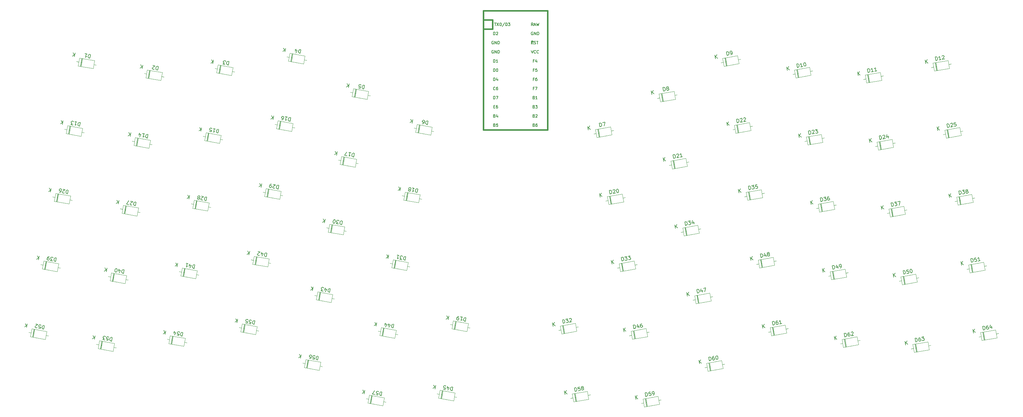
<source format=gto>
%TF.GenerationSoftware,KiCad,Pcbnew,(6.0.8)*%
%TF.CreationDate,2023-02-18T20:03:01+07:00*%
%TF.ProjectId,test,74657374-2e6b-4696-9361-645f70636258,rev?*%
%TF.SameCoordinates,Original*%
%TF.FileFunction,Legend,Top*%
%TF.FilePolarity,Positive*%
%FSLAX46Y46*%
G04 Gerber Fmt 4.6, Leading zero omitted, Abs format (unit mm)*
G04 Created by KiCad (PCBNEW (6.0.8)) date 2023-02-18 20:03:01*
%MOMM*%
%LPD*%
G01*
G04 APERTURE LIST*
G04 Aperture macros list*
%AMHorizOval*
0 Thick line with rounded ends*
0 $1 width*
0 $2 $3 position (X,Y) of the first rounded end (center of the circle)*
0 $4 $5 position (X,Y) of the second rounded end (center of the circle)*
0 Add line between two ends*
20,1,$1,$2,$3,$4,$5,0*
0 Add two circle primitives to create the rounded ends*
1,1,$1,$2,$3*
1,1,$1,$4,$5*%
%AMRotRect*
0 Rectangle, with rotation*
0 The origin of the aperture is its center*
0 $1 length*
0 $2 width*
0 $3 Rotation angle, in degrees counterclockwise*
0 Add horizontal line*
21,1,$1,$2,0,0,$3*%
G04 Aperture macros list end*
%ADD10C,0.150000*%
%ADD11C,0.120000*%
%ADD12C,0.381000*%
%ADD13C,1.752600*%
%ADD14R,1.752600X1.752600*%
%ADD15C,1.750000*%
%ADD16C,3.000000*%
%ADD17C,3.987800*%
%ADD18RotRect,1.600000X1.600000X10.000000*%
%ADD19HorizOval,1.600000X0.000000X0.000000X0.000000X0.000000X0*%
%ADD20RotRect,1.600000X1.600000X350.000000*%
%ADD21HorizOval,1.600000X0.000000X0.000000X0.000000X0.000000X0*%
G04 APERTURE END LIST*
D10*
%TO.C,D34*%
X202689574Y-117518744D02*
X202515925Y-116533937D01*
X202750404Y-116492592D01*
X202899359Y-116514680D01*
X203009688Y-116591934D01*
X203073122Y-116677456D01*
X203153093Y-116856769D01*
X203177900Y-116997456D01*
X203164081Y-117193308D01*
X203133723Y-117295368D01*
X203056470Y-117405697D01*
X202924052Y-117477399D01*
X202689574Y-117518744D01*
X203406942Y-116376826D02*
X204016585Y-116269330D01*
X203754467Y-116702377D01*
X203895154Y-116677570D01*
X203997214Y-116707928D01*
X204052379Y-116746555D01*
X204115812Y-116832077D01*
X204157157Y-117066555D01*
X204126800Y-117168615D01*
X204088173Y-117223780D01*
X204002651Y-117287213D01*
X203721277Y-117336827D01*
X203619217Y-117306469D01*
X203564052Y-117267843D01*
X204918589Y-116448758D02*
X205034354Y-117105296D01*
X204617959Y-116114938D02*
X204507515Y-116859717D01*
X205117158Y-116752220D01*
X199930936Y-118330103D02*
X199757288Y-117345295D01*
X200493683Y-118230876D02*
X199972395Y-117742549D01*
X200320035Y-117246068D02*
X199856515Y-117908043D01*
%TO.C,D53*%
X43930639Y-148605823D02*
X43756990Y-149590630D01*
X43522512Y-149549286D01*
X43390095Y-149477583D01*
X43312841Y-149367254D01*
X43282484Y-149265194D01*
X43268664Y-149069342D01*
X43293471Y-148928656D01*
X43373442Y-148749342D01*
X43436876Y-148663820D01*
X43547205Y-148586567D01*
X43696161Y-148564478D01*
X43930639Y-148605823D01*
X42303227Y-149334293D02*
X42772183Y-149416982D01*
X42901768Y-148956295D01*
X42846603Y-148994922D01*
X42744543Y-149025280D01*
X42510065Y-148983935D01*
X42424543Y-148920501D01*
X42385916Y-148865337D01*
X42355559Y-148763276D01*
X42396903Y-148528798D01*
X42460337Y-148443276D01*
X42515501Y-148404650D01*
X42617562Y-148374292D01*
X42852040Y-148415637D01*
X42937562Y-148479070D01*
X42976189Y-148534235D01*
X41928062Y-149268141D02*
X41318419Y-149160645D01*
X41712840Y-148843362D01*
X41572153Y-148818556D01*
X41486631Y-148755122D01*
X41448004Y-148699957D01*
X41417646Y-148597897D01*
X41458991Y-148363419D01*
X41522425Y-148277897D01*
X41577589Y-148239270D01*
X41679649Y-148208913D01*
X41961023Y-148258526D01*
X42046545Y-148321960D01*
X42085172Y-148377124D01*
X39185041Y-148093983D02*
X39011393Y-149078790D01*
X38622294Y-147994755D02*
X38945127Y-148631923D01*
X38448646Y-148979563D02*
X39110621Y-148516043D01*
%TO.C,D61*%
X226908358Y-145165714D02*
X226734709Y-144180907D01*
X226969188Y-144139562D01*
X227118143Y-144161650D01*
X227228472Y-144238904D01*
X227291906Y-144324426D01*
X227371877Y-144503739D01*
X227396684Y-144644426D01*
X227382865Y-144840278D01*
X227352507Y-144942338D01*
X227275254Y-145052667D01*
X227142836Y-145124369D01*
X226908358Y-145165714D01*
X228141578Y-143932838D02*
X227953995Y-143965914D01*
X227868473Y-144029347D01*
X227829846Y-144084512D01*
X227760862Y-144241736D01*
X227747042Y-144437588D01*
X227813194Y-144812753D01*
X227876627Y-144898275D01*
X227931792Y-144936902D01*
X228033852Y-144967259D01*
X228221435Y-144934183D01*
X228306957Y-144870750D01*
X228345584Y-144815585D01*
X228375941Y-144713525D01*
X228334596Y-144479047D01*
X228271163Y-144393525D01*
X228215998Y-144354898D01*
X228113938Y-144324540D01*
X227926356Y-144357616D01*
X227840833Y-144421050D01*
X227802207Y-144476214D01*
X227771849Y-144578275D01*
X229346929Y-144735728D02*
X228784182Y-144834956D01*
X229065556Y-144785342D02*
X228891907Y-143800534D01*
X228822923Y-143957759D01*
X228745670Y-144068088D01*
X228660148Y-144131522D01*
X224149720Y-145977073D02*
X223976072Y-144992265D01*
X224712467Y-145877846D02*
X224191179Y-145389519D01*
X224538819Y-144893038D02*
X224075299Y-145555013D01*
%TO.C,D10*%
X233660914Y-73756784D02*
X233487265Y-72771977D01*
X233721744Y-72730632D01*
X233870699Y-72752720D01*
X233981028Y-72829974D01*
X234044462Y-72915496D01*
X234124433Y-73094809D01*
X234149240Y-73235496D01*
X234135421Y-73431348D01*
X234105063Y-73533408D01*
X234027810Y-73643737D01*
X233895392Y-73715439D01*
X233660914Y-73756784D01*
X235161573Y-73492178D02*
X234598826Y-73591405D01*
X234880199Y-73541791D02*
X234706551Y-72556984D01*
X234637567Y-72714208D01*
X234560314Y-72824537D01*
X234474791Y-72887971D01*
X235597568Y-72399873D02*
X235691359Y-72383335D01*
X235793419Y-72413693D01*
X235848584Y-72452320D01*
X235912017Y-72537842D01*
X235991989Y-72717155D01*
X236033334Y-72951633D01*
X236019514Y-73147485D01*
X235989156Y-73249545D01*
X235950529Y-73304710D01*
X235865007Y-73368143D01*
X235771216Y-73384681D01*
X235669156Y-73354323D01*
X235613991Y-73315697D01*
X235550558Y-73230174D01*
X235470586Y-73050861D01*
X235429241Y-72816383D01*
X235443061Y-72620532D01*
X235473419Y-72518471D01*
X235512046Y-72463307D01*
X235597568Y-72399873D01*
X230902276Y-74568143D02*
X230728628Y-73583335D01*
X231465023Y-74468916D02*
X230943735Y-73980589D01*
X231291375Y-73484108D02*
X230827855Y-74146083D01*
%TO.C,D59*%
X191702781Y-164914121D02*
X191529132Y-163929314D01*
X191763611Y-163887969D01*
X191912566Y-163910057D01*
X192022895Y-163987311D01*
X192086329Y-164072833D01*
X192166300Y-164252146D01*
X192191107Y-164392833D01*
X192177288Y-164588685D01*
X192146930Y-164690745D01*
X192069677Y-164801074D01*
X191937259Y-164872776D01*
X191702781Y-164914121D01*
X192982896Y-163672976D02*
X192513940Y-163755665D01*
X192549734Y-164232890D01*
X192588361Y-164177726D01*
X192673883Y-164114292D01*
X192908361Y-164072947D01*
X193010421Y-164103305D01*
X193065586Y-164141932D01*
X193129019Y-164227454D01*
X193170364Y-164461932D01*
X193140007Y-164563992D01*
X193101380Y-164619157D01*
X193015858Y-164682590D01*
X192781380Y-164723935D01*
X192679319Y-164693577D01*
X192624155Y-164654951D01*
X193672396Y-164566825D02*
X193859979Y-164533749D01*
X193945501Y-164470316D01*
X193984127Y-164415151D01*
X194053112Y-164257926D01*
X194066932Y-164062075D01*
X194000780Y-163686910D01*
X193937346Y-163601388D01*
X193882182Y-163562761D01*
X193780122Y-163532403D01*
X193592539Y-163565479D01*
X193507017Y-163628913D01*
X193468390Y-163684077D01*
X193438033Y-163786138D01*
X193479377Y-164020616D01*
X193542811Y-164106138D01*
X193597976Y-164144764D01*
X193700036Y-164175122D01*
X193887618Y-164142046D01*
X193973140Y-164078613D01*
X194011767Y-164023448D01*
X194042125Y-163921388D01*
X188944143Y-165725480D02*
X188770495Y-164740672D01*
X189506890Y-165626253D02*
X188985602Y-165137926D01*
X189333242Y-164641445D02*
X188869722Y-165303420D01*
%TO.C,D21*%
X199414656Y-98945762D02*
X199241007Y-97960955D01*
X199475486Y-97919610D01*
X199624441Y-97941698D01*
X199734770Y-98018952D01*
X199798204Y-98104474D01*
X199878175Y-98283787D01*
X199902982Y-98424474D01*
X199889163Y-98620326D01*
X199858805Y-98722386D01*
X199781552Y-98832715D01*
X199649134Y-98904417D01*
X199414656Y-98945762D01*
X200195458Y-97889367D02*
X200234084Y-97834202D01*
X200319606Y-97770768D01*
X200554084Y-97729424D01*
X200656145Y-97759781D01*
X200711309Y-97798408D01*
X200774743Y-97883930D01*
X200791281Y-97977721D01*
X200769192Y-98126677D01*
X200305672Y-98788652D01*
X200915315Y-98681156D01*
X201853227Y-98515776D02*
X201290480Y-98615004D01*
X201571854Y-98565390D02*
X201398205Y-97580582D01*
X201329221Y-97737807D01*
X201251968Y-97848136D01*
X201166446Y-97911570D01*
X196656018Y-99757121D02*
X196482370Y-98772313D01*
X197218765Y-99657894D02*
X196697477Y-99169567D01*
X197045117Y-98673086D02*
X196581597Y-99335061D01*
%TO.C,D40*%
X47238637Y-129845236D02*
X47064988Y-130830043D01*
X46830510Y-130788699D01*
X46698093Y-130716996D01*
X46620839Y-130606667D01*
X46590482Y-130504607D01*
X46576662Y-130308755D01*
X46601469Y-130168069D01*
X46681440Y-129988755D01*
X46744874Y-129903233D01*
X46855203Y-129825980D01*
X47004159Y-129803891D01*
X47238637Y-129845236D01*
X45716003Y-130253705D02*
X45831768Y-129597167D01*
X45884329Y-130670215D02*
X46242842Y-130008126D01*
X45633199Y-129900629D01*
X44954686Y-130457940D02*
X44860895Y-130441402D01*
X44775373Y-130377969D01*
X44736746Y-130322804D01*
X44706388Y-130220744D01*
X44692569Y-130024893D01*
X44733913Y-129790415D01*
X44813885Y-129611101D01*
X44877318Y-129525579D01*
X44932483Y-129486952D01*
X45034543Y-129456595D01*
X45128334Y-129473132D01*
X45213857Y-129536566D01*
X45252483Y-129591731D01*
X45282841Y-129693791D01*
X45296661Y-129889642D01*
X45255316Y-130124120D01*
X45175344Y-130303434D01*
X45111911Y-130388956D01*
X45056746Y-130427583D01*
X44954686Y-130457940D01*
X42493039Y-129333396D02*
X42319391Y-130318203D01*
X41930292Y-129234168D02*
X42253125Y-129871336D01*
X41756644Y-130218976D02*
X42418619Y-129755456D01*
%TO.C,D48*%
X223600360Y-126405127D02*
X223426711Y-125420320D01*
X223661190Y-125378975D01*
X223810145Y-125401063D01*
X223920474Y-125478317D01*
X223983908Y-125563839D01*
X224063879Y-125743152D01*
X224088686Y-125883839D01*
X224074867Y-126079691D01*
X224044509Y-126181751D01*
X223967256Y-126292080D01*
X223834838Y-126363782D01*
X223600360Y-126405127D01*
X224891462Y-125500520D02*
X225007228Y-126157058D01*
X224590833Y-125166700D02*
X224480389Y-125911479D01*
X225090032Y-125803982D01*
X225564539Y-125478546D02*
X225462479Y-125448188D01*
X225407314Y-125409561D01*
X225343881Y-125324039D01*
X225335612Y-125277144D01*
X225365969Y-125175083D01*
X225404596Y-125119919D01*
X225490118Y-125056485D01*
X225677701Y-125023409D01*
X225779761Y-125053767D01*
X225834925Y-125092394D01*
X225898359Y-125177916D01*
X225906628Y-125224812D01*
X225876270Y-125326872D01*
X225837644Y-125382036D01*
X225752121Y-125445470D01*
X225564539Y-125478546D01*
X225479017Y-125541979D01*
X225440390Y-125597144D01*
X225410032Y-125699204D01*
X225443108Y-125886786D01*
X225506542Y-125972309D01*
X225561706Y-126010935D01*
X225663766Y-126041293D01*
X225851349Y-126008217D01*
X225936871Y-125944784D01*
X225975498Y-125889619D01*
X226005855Y-125787559D01*
X225972780Y-125599976D01*
X225909346Y-125514454D01*
X225854181Y-125475828D01*
X225752121Y-125445470D01*
X220841722Y-127216486D02*
X220668074Y-126231678D01*
X221404469Y-127117259D02*
X220883181Y-126628932D01*
X221230821Y-126132451D02*
X220767301Y-126794426D01*
%TO.C,D2*%
X56693674Y-73480783D02*
X56520025Y-74465591D01*
X56285547Y-74424246D01*
X56153129Y-74352544D01*
X56075876Y-74242214D01*
X56045518Y-74140154D01*
X56031699Y-73944303D01*
X56056506Y-73803616D01*
X56136477Y-73624303D01*
X56199911Y-73538780D01*
X56310240Y-73461527D01*
X56459196Y-73439438D01*
X56693674Y-73480783D01*
X55598651Y-74206420D02*
X55543487Y-74245047D01*
X55441426Y-74275405D01*
X55206948Y-74234060D01*
X55121426Y-74170626D01*
X55082799Y-74115462D01*
X55052442Y-74013402D01*
X55068980Y-73919610D01*
X55140682Y-73787193D01*
X55802657Y-73323673D01*
X55193014Y-73216176D01*
X52417032Y-73051633D02*
X52243384Y-74036440D01*
X51854285Y-72952405D02*
X52177118Y-73589573D01*
X51680637Y-73937213D02*
X52342612Y-73473693D01*
%TO.C,D51*%
X281866922Y-127737486D02*
X281693273Y-126752679D01*
X281927752Y-126711334D01*
X282076707Y-126733422D01*
X282187036Y-126810676D01*
X282250470Y-126896198D01*
X282330441Y-127075511D01*
X282355248Y-127216198D01*
X282341429Y-127412050D01*
X282311071Y-127514110D01*
X282233818Y-127624439D01*
X282101400Y-127696141D01*
X281866922Y-127737486D01*
X283147037Y-126496341D02*
X282678081Y-126579030D01*
X282713875Y-127056255D01*
X282752502Y-127001091D01*
X282838024Y-126937657D01*
X283072502Y-126896312D01*
X283174562Y-126926670D01*
X283229727Y-126965297D01*
X283293160Y-127050819D01*
X283334505Y-127285297D01*
X283304148Y-127387357D01*
X283265521Y-127442522D01*
X283179999Y-127505955D01*
X282945521Y-127547300D01*
X282843460Y-127516942D01*
X282788296Y-127478316D01*
X284305493Y-127307500D02*
X283742746Y-127406728D01*
X284024120Y-127357114D02*
X283850471Y-126372306D01*
X283781487Y-126529531D01*
X283704234Y-126639860D01*
X283618712Y-126703294D01*
X279108284Y-128548845D02*
X278934636Y-127564037D01*
X279671031Y-128449618D02*
X279149743Y-127961291D01*
X279497383Y-127464810D02*
X279033863Y-128126785D01*
%TO.C,D41*%
X66826224Y-128463087D02*
X66652575Y-129447894D01*
X66418097Y-129406550D01*
X66285680Y-129334847D01*
X66208426Y-129224518D01*
X66178069Y-129122458D01*
X66164249Y-128926606D01*
X66189056Y-128785920D01*
X66269027Y-128606606D01*
X66332461Y-128521084D01*
X66442790Y-128443831D01*
X66591746Y-128421742D01*
X66826224Y-128463087D01*
X65303590Y-128871556D02*
X65419355Y-128215018D01*
X65471916Y-129288066D02*
X65830429Y-128625977D01*
X65220786Y-128518480D01*
X64387652Y-128033101D02*
X64950399Y-128132328D01*
X64669026Y-128082715D02*
X64495378Y-129067522D01*
X64613976Y-128943373D01*
X64724305Y-128866120D01*
X64826365Y-128835762D01*
X62080626Y-127951247D02*
X61906978Y-128936054D01*
X61517879Y-127852019D02*
X61840712Y-128489187D01*
X61344231Y-128836827D02*
X62006206Y-128373307D01*
%TO.C,D37*%
X259798336Y-112284897D02*
X259624687Y-111300090D01*
X259859166Y-111258745D01*
X260008121Y-111280833D01*
X260118450Y-111358087D01*
X260181884Y-111443609D01*
X260261855Y-111622922D01*
X260286662Y-111763609D01*
X260272843Y-111959461D01*
X260242485Y-112061521D01*
X260165232Y-112171850D01*
X260032814Y-112243552D01*
X259798336Y-112284897D01*
X260515704Y-111142979D02*
X261125347Y-111035483D01*
X260863229Y-111468530D01*
X261003916Y-111443723D01*
X261105976Y-111474081D01*
X261161141Y-111512708D01*
X261224574Y-111598230D01*
X261265919Y-111832708D01*
X261235562Y-111934768D01*
X261196935Y-111989933D01*
X261111413Y-112053366D01*
X260830039Y-112102980D01*
X260727979Y-112072622D01*
X260672814Y-112033996D01*
X261453616Y-110977600D02*
X262110155Y-110861835D01*
X261861742Y-111921063D01*
X257039698Y-113096256D02*
X256866050Y-112111448D01*
X257602445Y-112997029D02*
X257081157Y-112508702D01*
X257428797Y-112012221D02*
X256965277Y-112674196D01*
%TO.C,D35*%
X220292362Y-107644540D02*
X220118713Y-106659733D01*
X220353192Y-106618388D01*
X220502147Y-106640476D01*
X220612476Y-106717730D01*
X220675910Y-106803252D01*
X220755881Y-106982565D01*
X220780688Y-107123252D01*
X220766869Y-107319104D01*
X220736511Y-107421164D01*
X220659258Y-107531493D01*
X220526840Y-107603195D01*
X220292362Y-107644540D01*
X221009730Y-106502622D02*
X221619373Y-106395126D01*
X221357255Y-106828173D01*
X221497942Y-106803366D01*
X221600002Y-106833724D01*
X221655167Y-106872351D01*
X221718600Y-106957873D01*
X221759945Y-107192351D01*
X221729588Y-107294411D01*
X221690961Y-107349576D01*
X221605439Y-107413009D01*
X221324065Y-107462623D01*
X221222005Y-107432265D01*
X221166840Y-107393639D01*
X222510389Y-106238016D02*
X222041433Y-106320705D01*
X222077227Y-106797930D01*
X222115854Y-106742766D01*
X222201376Y-106679332D01*
X222435854Y-106637987D01*
X222537914Y-106668345D01*
X222593079Y-106706972D01*
X222656513Y-106792494D01*
X222697857Y-107026972D01*
X222667500Y-107129032D01*
X222628873Y-107184197D01*
X222543351Y-107247630D01*
X222308873Y-107288975D01*
X222206813Y-107258617D01*
X222151648Y-107219991D01*
X217533724Y-108455899D02*
X217360076Y-107471091D01*
X218096471Y-108356672D02*
X217575183Y-107868345D01*
X217922823Y-107371864D02*
X217459303Y-108033839D01*
%TO.C,D28*%
X70134222Y-109702499D02*
X69960573Y-110687306D01*
X69726095Y-110645962D01*
X69593678Y-110574259D01*
X69516424Y-110463930D01*
X69486067Y-110361870D01*
X69472247Y-110166018D01*
X69497054Y-110025332D01*
X69577025Y-109846018D01*
X69640459Y-109760496D01*
X69750788Y-109683243D01*
X69899744Y-109661154D01*
X70134222Y-109702499D01*
X69039199Y-110428136D02*
X68984035Y-110466763D01*
X68881974Y-110497120D01*
X68647496Y-110455776D01*
X68561974Y-110392342D01*
X68523348Y-110337177D01*
X68492990Y-110235117D01*
X68509528Y-110141326D01*
X68581230Y-110008908D01*
X69243205Y-109545388D01*
X68633562Y-109437892D01*
X67971587Y-109901412D02*
X68057110Y-109964845D01*
X68095736Y-110020010D01*
X68126094Y-110122070D01*
X68117825Y-110168966D01*
X68054391Y-110254488D01*
X67999227Y-110293115D01*
X67897167Y-110323472D01*
X67709584Y-110290396D01*
X67624062Y-110226963D01*
X67585435Y-110171798D01*
X67555078Y-110069738D01*
X67563347Y-110022842D01*
X67626780Y-109937320D01*
X67681945Y-109898694D01*
X67784005Y-109868336D01*
X67971587Y-109901412D01*
X68073648Y-109871054D01*
X68128812Y-109832427D01*
X68192246Y-109746905D01*
X68225321Y-109559323D01*
X68194964Y-109457263D01*
X68156337Y-109402098D01*
X68070815Y-109338664D01*
X67883232Y-109305589D01*
X67781172Y-109335946D01*
X67726008Y-109374573D01*
X67662574Y-109460095D01*
X67629498Y-109647678D01*
X67659856Y-109749738D01*
X67698483Y-109804902D01*
X67784005Y-109868336D01*
X65388624Y-109190659D02*
X65214976Y-110175466D01*
X64825877Y-109091431D02*
X65148710Y-109728599D01*
X64652229Y-110076239D02*
X65314204Y-109612719D01*
%TO.C,D60*%
X209305569Y-155039918D02*
X209131920Y-154055111D01*
X209366399Y-154013766D01*
X209515354Y-154035854D01*
X209625683Y-154113108D01*
X209689117Y-154198630D01*
X209769088Y-154377943D01*
X209793895Y-154518630D01*
X209780076Y-154714482D01*
X209749718Y-154816542D01*
X209672465Y-154926871D01*
X209540047Y-154998573D01*
X209305569Y-155039918D01*
X210538789Y-153807042D02*
X210351206Y-153840118D01*
X210265684Y-153903551D01*
X210227057Y-153958716D01*
X210158073Y-154115940D01*
X210144253Y-154311792D01*
X210210405Y-154686957D01*
X210273838Y-154772479D01*
X210329003Y-154811106D01*
X210431063Y-154841463D01*
X210618646Y-154808387D01*
X210704168Y-154744954D01*
X210742795Y-154689789D01*
X210773152Y-154587729D01*
X210731807Y-154353251D01*
X210668374Y-154267729D01*
X210613209Y-154229102D01*
X210511149Y-154198744D01*
X210323567Y-154231820D01*
X210238044Y-154295254D01*
X210199418Y-154350418D01*
X210169060Y-154452479D01*
X211242223Y-153683007D02*
X211336014Y-153666469D01*
X211438074Y-153696827D01*
X211493239Y-153735454D01*
X211556672Y-153820976D01*
X211636644Y-154000289D01*
X211677989Y-154234767D01*
X211664169Y-154430619D01*
X211633811Y-154532679D01*
X211595184Y-154587844D01*
X211509662Y-154651277D01*
X211415871Y-154667815D01*
X211313811Y-154637457D01*
X211258646Y-154598831D01*
X211195213Y-154513308D01*
X211115241Y-154333995D01*
X211073896Y-154099517D01*
X211087716Y-153903666D01*
X211118074Y-153801605D01*
X211156701Y-153746441D01*
X211242223Y-153683007D01*
X206546931Y-155851277D02*
X206373283Y-154866469D01*
X207109678Y-155752050D02*
X206588390Y-155263723D01*
X206936030Y-154767242D02*
X206472510Y-155429217D01*
%TO.C,D14*%
X53854632Y-92324061D02*
X53680983Y-93308868D01*
X53446505Y-93267524D01*
X53314088Y-93195821D01*
X53236834Y-93085492D01*
X53206477Y-92983432D01*
X53192657Y-92787580D01*
X53217464Y-92646894D01*
X53297435Y-92467580D01*
X53360869Y-92382058D01*
X53471198Y-92304805D01*
X53620154Y-92282716D01*
X53854632Y-92324061D01*
X52353972Y-92059454D02*
X52916719Y-92158682D01*
X52635346Y-92109068D02*
X52461698Y-93093876D01*
X52580296Y-92969727D01*
X52690625Y-92892473D01*
X52792685Y-92862116D01*
X51394086Y-92567151D02*
X51509851Y-91910613D01*
X51562412Y-92983661D02*
X51920925Y-92321572D01*
X51311282Y-92214075D01*
X49109034Y-91812221D02*
X48935386Y-92797028D01*
X48546287Y-91712993D02*
X48869120Y-92350161D01*
X48372639Y-92697801D02*
X49034614Y-92234281D01*
%TO.C,D52*%
X25170051Y-145297825D02*
X24996402Y-146282632D01*
X24761924Y-146241288D01*
X24629507Y-146169585D01*
X24552253Y-146059256D01*
X24521896Y-145957196D01*
X24508076Y-145761344D01*
X24532883Y-145620658D01*
X24612854Y-145441344D01*
X24676288Y-145355822D01*
X24786617Y-145278569D01*
X24935573Y-145256480D01*
X25170051Y-145297825D01*
X23542639Y-146026295D02*
X24011595Y-146108984D01*
X24141180Y-145648297D01*
X24086015Y-145686924D01*
X23983955Y-145717282D01*
X23749477Y-145675937D01*
X23663955Y-145612503D01*
X23625328Y-145557339D01*
X23594971Y-145455278D01*
X23636315Y-145220800D01*
X23699749Y-145135278D01*
X23754913Y-145096652D01*
X23856974Y-145066294D01*
X24091452Y-145107639D01*
X24176974Y-145171072D01*
X24215601Y-145226237D01*
X23137116Y-145858083D02*
X23081951Y-145896709D01*
X22979891Y-145927067D01*
X22745413Y-145885722D01*
X22659891Y-145822289D01*
X22621264Y-145767124D01*
X22590907Y-145665064D01*
X22607445Y-145571273D01*
X22679147Y-145438855D01*
X23341122Y-144975335D01*
X22731479Y-144867839D01*
X20424453Y-144785985D02*
X20250805Y-145770792D01*
X19861706Y-144686757D02*
X20184539Y-145323925D01*
X19688058Y-145671565D02*
X20350033Y-145208045D01*
%TO.C,D6*%
X131405225Y-88588833D02*
X131231576Y-89573641D01*
X130997098Y-89532296D01*
X130864680Y-89460594D01*
X130787427Y-89350264D01*
X130757069Y-89248204D01*
X130743250Y-89052353D01*
X130768057Y-88911666D01*
X130848028Y-88732353D01*
X130911462Y-88646830D01*
X131021791Y-88569577D01*
X131170747Y-88547488D01*
X131405225Y-88588833D01*
X129824708Y-89325572D02*
X130012291Y-89358648D01*
X130114351Y-89328290D01*
X130169515Y-89289664D01*
X130288113Y-89165515D01*
X130368085Y-88986201D01*
X130434237Y-88611036D01*
X130403879Y-88508976D01*
X130365252Y-88453812D01*
X130279730Y-88390378D01*
X130092148Y-88357302D01*
X129990087Y-88387660D01*
X129934923Y-88426287D01*
X129871489Y-88511809D01*
X129830144Y-88746287D01*
X129860502Y-88848347D01*
X129899129Y-88903512D01*
X129984651Y-88966945D01*
X130172233Y-89000021D01*
X130274294Y-88969663D01*
X130329458Y-88931037D01*
X130392892Y-88845514D01*
X127128583Y-88159683D02*
X126954935Y-89144490D01*
X126565836Y-88060455D02*
X126888669Y-88697623D01*
X126392188Y-89045263D02*
X127054163Y-88581743D01*
%TO.C,D64*%
X285174919Y-146498074D02*
X285001270Y-145513267D01*
X285235749Y-145471922D01*
X285384704Y-145494010D01*
X285495033Y-145571264D01*
X285558467Y-145656786D01*
X285638438Y-145836099D01*
X285663245Y-145976786D01*
X285649426Y-146172638D01*
X285619068Y-146274698D01*
X285541815Y-146385027D01*
X285409397Y-146456729D01*
X285174919Y-146498074D01*
X286408139Y-145265198D02*
X286220556Y-145298274D01*
X286135034Y-145361707D01*
X286096407Y-145416872D01*
X286027423Y-145574096D01*
X286013603Y-145769948D01*
X286079755Y-146145113D01*
X286143188Y-146230635D01*
X286198353Y-146269262D01*
X286300413Y-146299619D01*
X286487996Y-146266543D01*
X286573518Y-146203110D01*
X286612145Y-146147945D01*
X286642502Y-146045885D01*
X286601157Y-145811407D01*
X286537724Y-145725885D01*
X286482559Y-145687258D01*
X286380499Y-145656900D01*
X286192917Y-145689976D01*
X286107394Y-145753410D01*
X286068768Y-145808574D01*
X286038410Y-145910635D01*
X287403934Y-145428088D02*
X287519699Y-146084626D01*
X287103304Y-145094268D02*
X286992860Y-145839047D01*
X287602503Y-145731550D01*
X282416281Y-147309433D02*
X282242633Y-146324625D01*
X282979028Y-147210206D02*
X282457740Y-146721879D01*
X282805380Y-146225398D02*
X282341860Y-146887373D01*
%TO.C,D29*%
X90052609Y-106444291D02*
X89878960Y-107429098D01*
X89644482Y-107387754D01*
X89512065Y-107316051D01*
X89434811Y-107205722D01*
X89404454Y-107103662D01*
X89390634Y-106907810D01*
X89415441Y-106767124D01*
X89495412Y-106587810D01*
X89558846Y-106502288D01*
X89669175Y-106425035D01*
X89818131Y-106402946D01*
X90052609Y-106444291D01*
X88957586Y-107169928D02*
X88902422Y-107208555D01*
X88800361Y-107238912D01*
X88565883Y-107197568D01*
X88480361Y-107134134D01*
X88441735Y-107078969D01*
X88411377Y-106976909D01*
X88427915Y-106883118D01*
X88499617Y-106750700D01*
X89161592Y-106287180D01*
X88551949Y-106179684D01*
X88082993Y-106096994D02*
X87895411Y-106063919D01*
X87793351Y-106094276D01*
X87738186Y-106132903D01*
X87619588Y-106257052D01*
X87539616Y-106436365D01*
X87473465Y-106811530D01*
X87503822Y-106913590D01*
X87542449Y-106968755D01*
X87627971Y-107032188D01*
X87815554Y-107065264D01*
X87917614Y-107034907D01*
X87972778Y-106996280D01*
X88036212Y-106910758D01*
X88077557Y-106676280D01*
X88047199Y-106574219D01*
X88008572Y-106519055D01*
X87923050Y-106455621D01*
X87735468Y-106422545D01*
X87633408Y-106452903D01*
X87578243Y-106491530D01*
X87514810Y-106577052D01*
X85307011Y-105932451D02*
X85133363Y-106917258D01*
X84744264Y-105833223D02*
X85067097Y-106470391D01*
X84570616Y-106818031D02*
X85232591Y-106354511D01*
%TO.C,D57*%
X118642190Y-163713873D02*
X118468541Y-164698680D01*
X118234063Y-164657336D01*
X118101646Y-164585633D01*
X118024392Y-164475304D01*
X117994035Y-164373244D01*
X117980215Y-164177392D01*
X118005022Y-164036706D01*
X118084993Y-163857392D01*
X118148427Y-163771870D01*
X118258756Y-163694617D01*
X118407712Y-163672528D01*
X118642190Y-163713873D01*
X117014778Y-164442343D02*
X117483734Y-164525032D01*
X117613319Y-164064345D01*
X117558154Y-164102972D01*
X117456094Y-164133330D01*
X117221616Y-164091985D01*
X117136094Y-164028551D01*
X117097467Y-163973387D01*
X117067110Y-163871326D01*
X117108454Y-163636848D01*
X117171888Y-163551326D01*
X117227052Y-163512700D01*
X117329113Y-163482342D01*
X117563591Y-163523687D01*
X117649113Y-163587120D01*
X117687740Y-163642285D01*
X116639613Y-164376191D02*
X115983074Y-164260426D01*
X116578783Y-163350038D01*
X113896592Y-163202033D02*
X113722944Y-164186840D01*
X113333845Y-163102805D02*
X113656678Y-163739973D01*
X113160197Y-164087613D02*
X113822172Y-163624093D01*
%TO.C,D5*%
X113802437Y-78714630D02*
X113628788Y-79699438D01*
X113394310Y-79658093D01*
X113261892Y-79586391D01*
X113184639Y-79476061D01*
X113154281Y-79374001D01*
X113140462Y-79178150D01*
X113165269Y-79037463D01*
X113245240Y-78858150D01*
X113308674Y-78772627D01*
X113419003Y-78695374D01*
X113567959Y-78673285D01*
X113802437Y-78714630D01*
X112175025Y-79443100D02*
X112643981Y-79525790D01*
X112773566Y-79065103D01*
X112718401Y-79103729D01*
X112616341Y-79134087D01*
X112381863Y-79092742D01*
X112296341Y-79029309D01*
X112257714Y-78974144D01*
X112227356Y-78872084D01*
X112268701Y-78637606D01*
X112332135Y-78552084D01*
X112387299Y-78513457D01*
X112489360Y-78483099D01*
X112723838Y-78524444D01*
X112809360Y-78587878D01*
X112847986Y-78643042D01*
X109525795Y-78285480D02*
X109352147Y-79270287D01*
X108963048Y-78186252D02*
X109285881Y-78823420D01*
X108789400Y-79171060D02*
X109451375Y-78707540D01*
%TO.C,D15*%
X73442219Y-90941912D02*
X73268570Y-91926719D01*
X73034092Y-91885375D01*
X72901675Y-91813672D01*
X72824421Y-91703343D01*
X72794064Y-91601283D01*
X72780244Y-91405431D01*
X72805051Y-91264745D01*
X72885022Y-91085431D01*
X72948456Y-90999909D01*
X73058785Y-90922656D01*
X73207741Y-90900567D01*
X73442219Y-90941912D01*
X71941559Y-90677305D02*
X72504306Y-90776533D01*
X72222933Y-90726919D02*
X72049285Y-91711727D01*
X72167883Y-91587578D01*
X72278212Y-91510324D01*
X72380272Y-91479967D01*
X70876894Y-91505002D02*
X71345851Y-91587692D01*
X71475436Y-91127005D01*
X71420271Y-91165632D01*
X71318211Y-91195989D01*
X71083733Y-91154645D01*
X70998211Y-91091211D01*
X70959584Y-91036046D01*
X70929226Y-90933986D01*
X70970571Y-90699508D01*
X71034005Y-90613986D01*
X71089169Y-90575359D01*
X71191229Y-90545002D01*
X71425708Y-90586346D01*
X71511230Y-90649780D01*
X71549856Y-90704945D01*
X68696621Y-90430072D02*
X68522973Y-91414879D01*
X68133874Y-90330844D02*
X68456707Y-90968012D01*
X67960226Y-91315652D02*
X68622201Y-90852132D01*
%TO.C,D9*%
X214211483Y-70415887D02*
X214037835Y-69431079D01*
X214272313Y-69389734D01*
X214421268Y-69411823D01*
X214531597Y-69489076D01*
X214595031Y-69574598D01*
X214675002Y-69753912D01*
X214699809Y-69894599D01*
X214685990Y-70090450D01*
X214655632Y-70192510D01*
X214578379Y-70302839D01*
X214445961Y-70374542D01*
X214211483Y-70415887D01*
X215243186Y-70233970D02*
X215430769Y-70200894D01*
X215516291Y-70137460D01*
X215554917Y-70082296D01*
X215623902Y-69925071D01*
X215637722Y-69729219D01*
X215571570Y-69354055D01*
X215508136Y-69268532D01*
X215452972Y-69229906D01*
X215350912Y-69199548D01*
X215163329Y-69232624D01*
X215077807Y-69296057D01*
X215039180Y-69351222D01*
X215008823Y-69453282D01*
X215050167Y-69687760D01*
X215113601Y-69773282D01*
X215168765Y-69811909D01*
X215270826Y-69842267D01*
X215458408Y-69809191D01*
X215543930Y-69745757D01*
X215582557Y-69690593D01*
X215612915Y-69588533D01*
X210983889Y-71309935D02*
X210810241Y-70325127D01*
X211546636Y-71210708D02*
X211025348Y-70722381D01*
X211372988Y-70225900D02*
X210909468Y-70887875D01*
%TO.C,D63*%
X266414332Y-149806072D02*
X266240683Y-148821265D01*
X266475162Y-148779920D01*
X266624117Y-148802008D01*
X266734446Y-148879262D01*
X266797880Y-148964784D01*
X266877851Y-149144097D01*
X266902658Y-149284784D01*
X266888839Y-149480636D01*
X266858481Y-149582696D01*
X266781228Y-149693025D01*
X266648810Y-149764727D01*
X266414332Y-149806072D01*
X267647552Y-148573196D02*
X267459969Y-148606272D01*
X267374447Y-148669705D01*
X267335820Y-148724870D01*
X267266836Y-148882094D01*
X267253016Y-149077946D01*
X267319168Y-149453111D01*
X267382601Y-149538633D01*
X267437766Y-149577260D01*
X267539826Y-149607617D01*
X267727409Y-149574541D01*
X267812931Y-149511108D01*
X267851558Y-149455943D01*
X267881915Y-149353883D01*
X267840570Y-149119405D01*
X267777137Y-149033883D01*
X267721972Y-148995256D01*
X267619912Y-148964898D01*
X267432330Y-148997974D01*
X267346807Y-149061408D01*
X267308181Y-149116572D01*
X267277823Y-149218633D01*
X268069612Y-148498775D02*
X268679255Y-148391279D01*
X268417137Y-148824326D01*
X268557824Y-148799519D01*
X268659884Y-148829877D01*
X268715049Y-148868504D01*
X268778483Y-148954026D01*
X268819827Y-149188504D01*
X268789470Y-149290564D01*
X268750843Y-149345729D01*
X268665321Y-149409162D01*
X268383947Y-149458776D01*
X268281887Y-149428418D01*
X268226722Y-149389792D01*
X263655694Y-150617431D02*
X263482046Y-149632623D01*
X264218441Y-150518204D02*
X263697153Y-150029877D01*
X264044793Y-149533396D02*
X263581273Y-150195371D01*
%TO.C,D16*%
X93360606Y-87683704D02*
X93186957Y-88668511D01*
X92952479Y-88627167D01*
X92820062Y-88555464D01*
X92742808Y-88445135D01*
X92712451Y-88343075D01*
X92698631Y-88147223D01*
X92723438Y-88006537D01*
X92803409Y-87827223D01*
X92866843Y-87741701D01*
X92977172Y-87664448D01*
X93126128Y-87642359D01*
X93360606Y-87683704D01*
X91859946Y-87419097D02*
X92422693Y-87518325D01*
X92141320Y-87468711D02*
X91967672Y-88453519D01*
X92086270Y-88329370D01*
X92196599Y-88252116D01*
X92298659Y-88221759D01*
X90842177Y-88255063D02*
X91029760Y-88288139D01*
X91131820Y-88257782D01*
X91186984Y-88219155D01*
X91305582Y-88095006D01*
X91385554Y-87915693D01*
X91451705Y-87540528D01*
X91421348Y-87438468D01*
X91382721Y-87383303D01*
X91297199Y-87319869D01*
X91109616Y-87286794D01*
X91007556Y-87317151D01*
X90952392Y-87355778D01*
X90888958Y-87441300D01*
X90847613Y-87675778D01*
X90877971Y-87777838D01*
X90916598Y-87833003D01*
X91002120Y-87896437D01*
X91189702Y-87929512D01*
X91291763Y-87899155D01*
X91346927Y-87860528D01*
X91410361Y-87775006D01*
X88615008Y-87171864D02*
X88441360Y-88156671D01*
X88052261Y-87072636D02*
X88375094Y-87709804D01*
X87878613Y-88057444D02*
X88540588Y-87593924D01*
%TO.C,D22*%
X217017444Y-89071558D02*
X216843795Y-88086751D01*
X217078274Y-88045406D01*
X217227229Y-88067494D01*
X217337558Y-88144748D01*
X217400992Y-88230270D01*
X217480963Y-88409583D01*
X217505770Y-88550270D01*
X217491951Y-88746122D01*
X217461593Y-88848182D01*
X217384340Y-88958511D01*
X217251922Y-89030213D01*
X217017444Y-89071558D01*
X217798246Y-88015163D02*
X217836872Y-87959998D01*
X217922394Y-87896564D01*
X218156872Y-87855220D01*
X218258933Y-87885577D01*
X218314097Y-87924204D01*
X218377531Y-88009726D01*
X218394069Y-88103517D01*
X218371980Y-88252473D01*
X217908460Y-88914448D01*
X218518103Y-88806952D01*
X218736158Y-87849783D02*
X218774784Y-87794619D01*
X218860307Y-87731185D01*
X219094785Y-87689840D01*
X219196845Y-87720198D01*
X219252009Y-87758825D01*
X219315443Y-87844347D01*
X219331981Y-87938138D01*
X219309892Y-88087094D01*
X218846372Y-88749069D01*
X219456015Y-88641572D01*
X214258806Y-89882917D02*
X214085158Y-88898109D01*
X214821553Y-89783690D02*
X214300265Y-89295363D01*
X214647905Y-88798882D02*
X214184385Y-89460857D01*
%TO.C,D30*%
X107655397Y-116318495D02*
X107481748Y-117303302D01*
X107247270Y-117261958D01*
X107114853Y-117190255D01*
X107037599Y-117079926D01*
X107007242Y-116977866D01*
X106993422Y-116782014D01*
X107018229Y-116641328D01*
X107098200Y-116462014D01*
X107161634Y-116376492D01*
X107271963Y-116299239D01*
X107420919Y-116277150D01*
X107655397Y-116318495D01*
X106590732Y-117146192D02*
X105981089Y-117038696D01*
X106375510Y-116721414D01*
X106234823Y-116696607D01*
X106149301Y-116633173D01*
X106110674Y-116578009D01*
X106080317Y-116475948D01*
X106121661Y-116241470D01*
X106185095Y-116155948D01*
X106240259Y-116117322D01*
X106342320Y-116086964D01*
X106623693Y-116136578D01*
X106709216Y-116200011D01*
X106747842Y-116255176D01*
X105371446Y-116931199D02*
X105277655Y-116914661D01*
X105192133Y-116851228D01*
X105153506Y-116796063D01*
X105123148Y-116694003D01*
X105109329Y-116498152D01*
X105150673Y-116263674D01*
X105230645Y-116084360D01*
X105294078Y-115998838D01*
X105349243Y-115960211D01*
X105451303Y-115929854D01*
X105545094Y-115946391D01*
X105630617Y-116009825D01*
X105669243Y-116064990D01*
X105699601Y-116167050D01*
X105713421Y-116362901D01*
X105672076Y-116597379D01*
X105592104Y-116776693D01*
X105528671Y-116862215D01*
X105473506Y-116900842D01*
X105371446Y-116931199D01*
X102909799Y-115806655D02*
X102736151Y-116791462D01*
X102347052Y-115707427D02*
X102669885Y-116344595D01*
X102173404Y-116692235D02*
X102835379Y-116228715D01*
%TO.C,D32*%
X168790656Y-144677582D02*
X168617007Y-143692775D01*
X168851486Y-143651430D01*
X169000441Y-143673518D01*
X169110770Y-143750772D01*
X169174204Y-143836294D01*
X169254175Y-144015607D01*
X169278982Y-144156294D01*
X169265163Y-144352146D01*
X169234805Y-144454206D01*
X169157552Y-144564535D01*
X169025134Y-144636237D01*
X168790656Y-144677582D01*
X169508024Y-143535664D02*
X170117667Y-143428168D01*
X169855549Y-143861215D01*
X169996236Y-143836408D01*
X170098296Y-143866766D01*
X170153461Y-143905393D01*
X170216894Y-143990915D01*
X170258239Y-144225393D01*
X170227882Y-144327453D01*
X170189255Y-144382618D01*
X170103733Y-144446051D01*
X169822359Y-144495665D01*
X169720299Y-144465307D01*
X169665134Y-144426681D01*
X170509370Y-143455807D02*
X170547996Y-143400643D01*
X170633519Y-143337209D01*
X170867997Y-143295864D01*
X170970057Y-143326222D01*
X171025221Y-143364849D01*
X171088655Y-143450371D01*
X171105193Y-143544162D01*
X171083104Y-143693118D01*
X170619584Y-144355093D01*
X171229227Y-144247596D01*
X166032018Y-145488941D02*
X165858370Y-144504133D01*
X166594765Y-145389714D02*
X166073477Y-144901387D01*
X166421117Y-144404906D02*
X165957597Y-145066881D01*
%TO.C,D49*%
X243518747Y-129663335D02*
X243345098Y-128678528D01*
X243579577Y-128637183D01*
X243728532Y-128659271D01*
X243838861Y-128736525D01*
X243902295Y-128822047D01*
X243982266Y-129001360D01*
X244007073Y-129142047D01*
X243993254Y-129337899D01*
X243962896Y-129439959D01*
X243885643Y-129550288D01*
X243753225Y-129621990D01*
X243518747Y-129663335D01*
X244809849Y-128758728D02*
X244925615Y-129415266D01*
X244509220Y-128424908D02*
X244398776Y-129169687D01*
X245008419Y-129062190D01*
X245488362Y-129316039D02*
X245675945Y-129282963D01*
X245761467Y-129219530D01*
X245800093Y-129164365D01*
X245869078Y-129007140D01*
X245882898Y-128811289D01*
X245816746Y-128436124D01*
X245753312Y-128350602D01*
X245698148Y-128311975D01*
X245596088Y-128281617D01*
X245408505Y-128314693D01*
X245322983Y-128378127D01*
X245284356Y-128433291D01*
X245253999Y-128535352D01*
X245295343Y-128769830D01*
X245358777Y-128855352D01*
X245413942Y-128893978D01*
X245516002Y-128924336D01*
X245703584Y-128891260D01*
X245789106Y-128827827D01*
X245827733Y-128772662D01*
X245858091Y-128670602D01*
X240760109Y-130474694D02*
X240586461Y-129489886D01*
X241322856Y-130375467D02*
X240801568Y-129887140D01*
X241149208Y-129390659D02*
X240685688Y-130052634D01*
%TO.C,D55*%
X83436613Y-143965466D02*
X83262964Y-144950273D01*
X83028486Y-144908929D01*
X82896069Y-144837226D01*
X82818815Y-144726897D01*
X82788458Y-144624837D01*
X82774638Y-144428985D01*
X82799445Y-144288299D01*
X82879416Y-144108985D01*
X82942850Y-144023463D01*
X83053179Y-143946210D01*
X83202135Y-143924121D01*
X83436613Y-143965466D01*
X81809201Y-144693936D02*
X82278157Y-144776625D01*
X82407742Y-144315938D01*
X82352577Y-144354565D01*
X82250517Y-144384923D01*
X82016039Y-144343578D01*
X81930517Y-144280144D01*
X81891890Y-144224980D01*
X81861533Y-144122919D01*
X81902877Y-143888441D01*
X81966311Y-143802919D01*
X82021475Y-143764293D01*
X82123536Y-143733935D01*
X82358014Y-143775280D01*
X82443536Y-143838713D01*
X82482163Y-143893878D01*
X80871288Y-144528556D02*
X81340245Y-144611246D01*
X81469830Y-144150559D01*
X81414665Y-144189186D01*
X81312605Y-144219543D01*
X81078127Y-144178199D01*
X80992605Y-144114765D01*
X80953978Y-144059600D01*
X80923620Y-143957540D01*
X80964965Y-143723062D01*
X81028399Y-143637540D01*
X81083563Y-143598913D01*
X81185623Y-143568556D01*
X81420102Y-143609900D01*
X81505624Y-143673334D01*
X81544250Y-143728499D01*
X78691015Y-143453626D02*
X78517367Y-144438433D01*
X78128268Y-143354398D02*
X78451101Y-143991566D01*
X77954620Y-144339206D02*
X78616595Y-143875686D01*
%TO.C,D47*%
X205997571Y-136279330D02*
X205823922Y-135294523D01*
X206058401Y-135253178D01*
X206207356Y-135275266D01*
X206317685Y-135352520D01*
X206381119Y-135438042D01*
X206461090Y-135617355D01*
X206485897Y-135758042D01*
X206472078Y-135953894D01*
X206441720Y-136055954D01*
X206364467Y-136166283D01*
X206232049Y-136237985D01*
X205997571Y-136279330D01*
X207288673Y-135374723D02*
X207404439Y-136031261D01*
X206988044Y-135040903D02*
X206877600Y-135785682D01*
X207487243Y-135678185D01*
X207652851Y-134972033D02*
X208309390Y-134856268D01*
X208060977Y-135915496D01*
X203238933Y-137090689D02*
X203065285Y-136105881D01*
X203801680Y-136991462D02*
X203280392Y-136503135D01*
X203628032Y-136006654D02*
X203164512Y-136668629D01*
%TO.C,D45*%
X138229777Y-162331724D02*
X138056128Y-163316531D01*
X137821650Y-163275187D01*
X137689233Y-163203484D01*
X137611979Y-163093155D01*
X137581622Y-162991095D01*
X137567802Y-162795243D01*
X137592609Y-162654557D01*
X137672580Y-162475243D01*
X137736014Y-162389721D01*
X137846343Y-162312468D01*
X137995299Y-162290379D01*
X138229777Y-162331724D01*
X136707143Y-162740193D02*
X136822908Y-162083655D01*
X136875469Y-163156703D02*
X137233982Y-162494614D01*
X136624339Y-162387117D01*
X135664452Y-162894814D02*
X136133409Y-162977504D01*
X136262994Y-162516817D01*
X136207829Y-162555444D01*
X136105769Y-162585801D01*
X135871291Y-162544457D01*
X135785769Y-162481023D01*
X135747142Y-162425858D01*
X135716784Y-162323798D01*
X135758129Y-162089320D01*
X135821563Y-162003798D01*
X135876727Y-161965171D01*
X135978787Y-161934814D01*
X136213266Y-161976158D01*
X136298788Y-162039592D01*
X136337414Y-162094757D01*
X133484179Y-161819884D02*
X133310531Y-162804691D01*
X132921432Y-161720656D02*
X133244265Y-162357824D01*
X132747784Y-162705464D02*
X133409759Y-162241944D01*
%TO.C,D43*%
X104347399Y-135079083D02*
X104173750Y-136063890D01*
X103939272Y-136022546D01*
X103806855Y-135950843D01*
X103729601Y-135840514D01*
X103699244Y-135738454D01*
X103685424Y-135542602D01*
X103710231Y-135401916D01*
X103790202Y-135222602D01*
X103853636Y-135137080D01*
X103963965Y-135059827D01*
X104112921Y-135037738D01*
X104347399Y-135079083D01*
X102824765Y-135487552D02*
X102940530Y-134831014D01*
X102993091Y-135904062D02*
X103351604Y-135241973D01*
X102741961Y-135134476D01*
X102344822Y-135741401D02*
X101735179Y-135633905D01*
X102129600Y-135316622D01*
X101988913Y-135291816D01*
X101903391Y-135228382D01*
X101864764Y-135173217D01*
X101834406Y-135071157D01*
X101875751Y-134836679D01*
X101939185Y-134751157D01*
X101994349Y-134712530D01*
X102096409Y-134682173D01*
X102377783Y-134731786D01*
X102463305Y-134795220D01*
X102501932Y-134850384D01*
X99601801Y-134567243D02*
X99428153Y-135552050D01*
X99039054Y-134468015D02*
X99361887Y-135105183D01*
X98865406Y-135452823D02*
X99527381Y-134989303D01*
%TO.C,D23*%
X236935831Y-92329766D02*
X236762182Y-91344959D01*
X236996661Y-91303614D01*
X237145616Y-91325702D01*
X237255945Y-91402956D01*
X237319379Y-91488478D01*
X237399350Y-91667791D01*
X237424157Y-91808478D01*
X237410338Y-92004330D01*
X237379980Y-92106390D01*
X237302727Y-92216719D01*
X237170309Y-92288421D01*
X236935831Y-92329766D01*
X237716633Y-91273371D02*
X237755259Y-91218206D01*
X237840781Y-91154772D01*
X238075259Y-91113428D01*
X238177320Y-91143785D01*
X238232484Y-91182412D01*
X238295918Y-91267934D01*
X238312456Y-91361725D01*
X238290367Y-91510681D01*
X237826847Y-92172656D01*
X238436490Y-92065160D01*
X238591111Y-91022469D02*
X239200754Y-90914973D01*
X238938636Y-91348020D01*
X239079323Y-91323213D01*
X239181383Y-91353571D01*
X239236548Y-91392198D01*
X239299982Y-91477720D01*
X239341326Y-91712198D01*
X239310969Y-91814258D01*
X239272342Y-91869423D01*
X239186820Y-91932856D01*
X238905446Y-91982470D01*
X238803386Y-91952112D01*
X238748221Y-91913486D01*
X234177193Y-93141125D02*
X234003545Y-92156317D01*
X234739940Y-93041898D02*
X234218652Y-92553571D01*
X234566292Y-92057090D02*
X234102772Y-92719065D01*
%TO.C,D18*%
X128566183Y-107432111D02*
X128392534Y-108416918D01*
X128158056Y-108375574D01*
X128025639Y-108303871D01*
X127948385Y-108193542D01*
X127918028Y-108091482D01*
X127904208Y-107895630D01*
X127929015Y-107754944D01*
X128008986Y-107575630D01*
X128072420Y-107490108D01*
X128182749Y-107412855D01*
X128331705Y-107390766D01*
X128566183Y-107432111D01*
X127065523Y-107167504D02*
X127628270Y-107266732D01*
X127346897Y-107217118D02*
X127173249Y-108201926D01*
X127291847Y-108077777D01*
X127402176Y-108000523D01*
X127504236Y-107970166D01*
X126403548Y-107631024D02*
X126489071Y-107694457D01*
X126527697Y-107749622D01*
X126558055Y-107851682D01*
X126549786Y-107898578D01*
X126486352Y-107984100D01*
X126431188Y-108022727D01*
X126329128Y-108053084D01*
X126141545Y-108020008D01*
X126056023Y-107956575D01*
X126017396Y-107901410D01*
X125987039Y-107799350D01*
X125995308Y-107752454D01*
X126058741Y-107666932D01*
X126113906Y-107628306D01*
X126215966Y-107597948D01*
X126403548Y-107631024D01*
X126505609Y-107600666D01*
X126560773Y-107562039D01*
X126624207Y-107476517D01*
X126657282Y-107288935D01*
X126626925Y-107186875D01*
X126588298Y-107131710D01*
X126502776Y-107068276D01*
X126315193Y-107035201D01*
X126213133Y-107065558D01*
X126157969Y-107104185D01*
X126094535Y-107189707D01*
X126061459Y-107377290D01*
X126091817Y-107479350D01*
X126130444Y-107534514D01*
X126215966Y-107597948D01*
X123820585Y-106920271D02*
X123646937Y-107905078D01*
X123257838Y-106821043D02*
X123580671Y-107458211D01*
X123084190Y-107805851D02*
X123746165Y-107342331D01*
%TO.C,D44*%
X121950188Y-144953286D02*
X121776539Y-145938093D01*
X121542061Y-145896749D01*
X121409644Y-145825046D01*
X121332390Y-145714717D01*
X121302033Y-145612657D01*
X121288213Y-145416805D01*
X121313020Y-145276119D01*
X121392991Y-145096805D01*
X121456425Y-145011283D01*
X121566754Y-144934030D01*
X121715710Y-144911941D01*
X121950188Y-144953286D01*
X120427554Y-145361755D02*
X120543319Y-144705217D01*
X120595880Y-145778265D02*
X120954393Y-145116176D01*
X120344750Y-145008679D01*
X119489642Y-145196376D02*
X119605407Y-144539838D01*
X119657968Y-145612886D02*
X120016481Y-144950797D01*
X119406838Y-144843300D01*
X117204590Y-144441446D02*
X117030942Y-145426253D01*
X116641843Y-144342218D02*
X116964676Y-144979386D01*
X116468195Y-145327026D02*
X117130170Y-144863506D01*
%TO.C,D42*%
X86744611Y-125204879D02*
X86570962Y-126189686D01*
X86336484Y-126148342D01*
X86204067Y-126076639D01*
X86126813Y-125966310D01*
X86096456Y-125864250D01*
X86082636Y-125668398D01*
X86107443Y-125527712D01*
X86187414Y-125348398D01*
X86250848Y-125262876D01*
X86361177Y-125185623D01*
X86510133Y-125163534D01*
X86744611Y-125204879D01*
X85221977Y-125613348D02*
X85337742Y-124956810D01*
X85390303Y-126029858D02*
X85748816Y-125367769D01*
X85139173Y-125260272D01*
X84711676Y-125765137D02*
X84656511Y-125803763D01*
X84554451Y-125834121D01*
X84319973Y-125792776D01*
X84234451Y-125729343D01*
X84195824Y-125674178D01*
X84165467Y-125572118D01*
X84182005Y-125478327D01*
X84253707Y-125345909D01*
X84915682Y-124882389D01*
X84306039Y-124774893D01*
X81999013Y-124693039D02*
X81825365Y-125677846D01*
X81436266Y-124593811D02*
X81759099Y-125230979D01*
X81262618Y-125578619D02*
X81924593Y-125115099D01*
%TO.C,D33*%
X185086785Y-127392947D02*
X184913136Y-126408140D01*
X185147615Y-126366795D01*
X185296570Y-126388883D01*
X185406899Y-126466137D01*
X185470333Y-126551659D01*
X185550304Y-126730972D01*
X185575111Y-126871659D01*
X185561292Y-127067511D01*
X185530934Y-127169571D01*
X185453681Y-127279900D01*
X185321263Y-127351602D01*
X185086785Y-127392947D01*
X185804153Y-126251029D02*
X186413796Y-126143533D01*
X186151678Y-126576580D01*
X186292365Y-126551773D01*
X186394425Y-126582131D01*
X186449590Y-126620758D01*
X186513023Y-126706280D01*
X186554368Y-126940758D01*
X186524011Y-127042818D01*
X186485384Y-127097983D01*
X186399862Y-127161416D01*
X186118488Y-127211030D01*
X186016428Y-127180672D01*
X185961263Y-127142046D01*
X186742065Y-126085650D02*
X187351708Y-125978154D01*
X187089590Y-126411201D01*
X187230277Y-126386394D01*
X187332337Y-126416752D01*
X187387502Y-126455379D01*
X187450936Y-126540901D01*
X187492280Y-126775379D01*
X187461923Y-126877439D01*
X187423296Y-126932604D01*
X187337774Y-126996037D01*
X187056400Y-127045651D01*
X186954340Y-127015293D01*
X186899175Y-126976667D01*
X182328147Y-128204306D02*
X182154499Y-127219498D01*
X182890894Y-128105079D02*
X182369606Y-127616752D01*
X182717246Y-127120271D02*
X182253726Y-127782246D01*
%TO.C,D11*%
X253248501Y-75138933D02*
X253074852Y-74154126D01*
X253309331Y-74112781D01*
X253458286Y-74134869D01*
X253568615Y-74212123D01*
X253632049Y-74297645D01*
X253712020Y-74476958D01*
X253736827Y-74617645D01*
X253723008Y-74813497D01*
X253692650Y-74915557D01*
X253615397Y-75025886D01*
X253482979Y-75097588D01*
X253248501Y-75138933D01*
X254749160Y-74874327D02*
X254186413Y-74973554D01*
X254467786Y-74923940D02*
X254294138Y-73939133D01*
X254225154Y-74096357D01*
X254147901Y-74206686D01*
X254062378Y-74270120D01*
X255687072Y-74708947D02*
X255124325Y-74808175D01*
X255405699Y-74758561D02*
X255232050Y-73773753D01*
X255163066Y-73930978D01*
X255085813Y-74041307D01*
X255000291Y-74104741D01*
X250489863Y-75950292D02*
X250316215Y-74965484D01*
X251052610Y-75851065D02*
X250531322Y-75362738D01*
X250878962Y-74866257D02*
X250415442Y-75528232D01*
%TO.C,D24*%
X256523418Y-93711915D02*
X256349769Y-92727108D01*
X256584248Y-92685763D01*
X256733203Y-92707851D01*
X256843532Y-92785105D01*
X256906966Y-92870627D01*
X256986937Y-93049940D01*
X257011744Y-93190627D01*
X256997925Y-93386479D01*
X256967567Y-93488539D01*
X256890314Y-93598868D01*
X256757896Y-93670570D01*
X256523418Y-93711915D01*
X257304220Y-92655520D02*
X257342846Y-92600355D01*
X257428368Y-92536921D01*
X257662846Y-92495577D01*
X257764907Y-92525934D01*
X257820071Y-92564561D01*
X257883505Y-92650083D01*
X257900043Y-92743874D01*
X257877954Y-92892830D01*
X257414434Y-93554805D01*
X258024077Y-93447309D01*
X258752433Y-92641929D02*
X258868198Y-93298467D01*
X258451803Y-92308109D02*
X258341359Y-93052888D01*
X258951002Y-92945391D01*
X253764780Y-94523274D02*
X253591132Y-93538466D01*
X254327527Y-94424047D02*
X253806239Y-93935720D01*
X254153879Y-93439239D02*
X253690359Y-94101214D01*
%TO.C,D12*%
X272009088Y-71830936D02*
X271835439Y-70846129D01*
X272069918Y-70804784D01*
X272218873Y-70826872D01*
X272329202Y-70904126D01*
X272392636Y-70989648D01*
X272472607Y-71168961D01*
X272497414Y-71309648D01*
X272483595Y-71505500D01*
X272453237Y-71607560D01*
X272375984Y-71717889D01*
X272243566Y-71789591D01*
X272009088Y-71830936D01*
X273509747Y-71566330D02*
X272947000Y-71665557D01*
X273228373Y-71615943D02*
X273054725Y-70631136D01*
X272985741Y-70788360D01*
X272908488Y-70898689D01*
X272822965Y-70962123D01*
X273727802Y-70609161D02*
X273766428Y-70553997D01*
X273851951Y-70490563D01*
X274086429Y-70449218D01*
X274188489Y-70479576D01*
X274243653Y-70518203D01*
X274307087Y-70603725D01*
X274323625Y-70697516D01*
X274301536Y-70846472D01*
X273838016Y-71508447D01*
X274447659Y-71400950D01*
X269250450Y-72642295D02*
X269076802Y-71657487D01*
X269813197Y-72543068D02*
X269291909Y-72054741D01*
X269639549Y-71558260D02*
X269176029Y-72220235D01*
%TO.C,D62*%
X246826745Y-148423922D02*
X246653096Y-147439115D01*
X246887575Y-147397770D01*
X247036530Y-147419858D01*
X247146859Y-147497112D01*
X247210293Y-147582634D01*
X247290264Y-147761947D01*
X247315071Y-147902634D01*
X247301252Y-148098486D01*
X247270894Y-148200546D01*
X247193641Y-148310875D01*
X247061223Y-148382577D01*
X246826745Y-148423922D01*
X248059965Y-147191046D02*
X247872382Y-147224122D01*
X247786860Y-147287555D01*
X247748233Y-147342720D01*
X247679249Y-147499944D01*
X247665429Y-147695796D01*
X247731581Y-148070961D01*
X247795014Y-148156483D01*
X247850179Y-148195110D01*
X247952239Y-148225467D01*
X248139822Y-148192391D01*
X248225344Y-148128958D01*
X248263971Y-148073793D01*
X248294328Y-147971733D01*
X248252983Y-147737255D01*
X248189550Y-147651733D01*
X248134385Y-147613106D01*
X248032325Y-147582748D01*
X247844743Y-147615824D01*
X247759220Y-147679258D01*
X247720594Y-147734422D01*
X247690236Y-147836483D01*
X248545459Y-147202147D02*
X248584085Y-147146983D01*
X248669608Y-147083549D01*
X248904086Y-147042204D01*
X249006146Y-147072562D01*
X249061310Y-147111189D01*
X249124744Y-147196711D01*
X249141282Y-147290502D01*
X249119193Y-147439458D01*
X248655673Y-148101433D01*
X249265316Y-147993936D01*
X244068107Y-149235281D02*
X243894459Y-148250473D01*
X244630854Y-149136054D02*
X244109566Y-148647727D01*
X244457206Y-148151246D02*
X243993686Y-148813221D01*
%TO.C,D3*%
X76281261Y-72098634D02*
X76107612Y-73083442D01*
X75873134Y-73042097D01*
X75740716Y-72970395D01*
X75663463Y-72860065D01*
X75633105Y-72758005D01*
X75619286Y-72562154D01*
X75644093Y-72421467D01*
X75724064Y-72242154D01*
X75787498Y-72156631D01*
X75897827Y-72079378D01*
X76046783Y-72057289D01*
X76281261Y-72098634D01*
X75216596Y-72926332D02*
X74606953Y-72818835D01*
X75001374Y-72501553D01*
X74860687Y-72476746D01*
X74775165Y-72413313D01*
X74736538Y-72358148D01*
X74706180Y-72256088D01*
X74747525Y-72021610D01*
X74810959Y-71936088D01*
X74866123Y-71897461D01*
X74968184Y-71867103D01*
X75249557Y-71916717D01*
X75335079Y-71980151D01*
X75373706Y-72035315D01*
X72004619Y-71669484D02*
X71830971Y-72654291D01*
X71441872Y-71570256D02*
X71764705Y-72207424D01*
X71268224Y-72555064D02*
X71930199Y-72091544D01*
%TO.C,D39*%
X28478049Y-126537238D02*
X28304400Y-127522045D01*
X28069922Y-127480701D01*
X27937505Y-127408998D01*
X27860251Y-127298669D01*
X27829894Y-127196609D01*
X27816074Y-127000757D01*
X27840881Y-126860071D01*
X27920852Y-126680757D01*
X27984286Y-126595235D01*
X28094615Y-126517982D01*
X28243571Y-126495893D01*
X28478049Y-126537238D01*
X27413384Y-127364935D02*
X26803741Y-127257439D01*
X27198162Y-126940157D01*
X27057475Y-126915350D01*
X26971953Y-126851916D01*
X26933326Y-126796752D01*
X26902969Y-126694691D01*
X26944313Y-126460213D01*
X27007747Y-126374691D01*
X27062911Y-126336065D01*
X27164972Y-126305707D01*
X27446345Y-126355321D01*
X27531868Y-126418754D01*
X27570494Y-126473919D01*
X26508433Y-126189941D02*
X26320851Y-126156866D01*
X26218791Y-126187223D01*
X26163626Y-126225850D01*
X26045028Y-126349999D01*
X25965056Y-126529312D01*
X25898905Y-126904477D01*
X25929262Y-127006537D01*
X25967889Y-127061702D01*
X26053411Y-127125135D01*
X26240994Y-127158211D01*
X26343054Y-127127854D01*
X26398218Y-127089227D01*
X26461652Y-127003705D01*
X26502997Y-126769227D01*
X26472639Y-126667166D01*
X26434012Y-126612002D01*
X26348490Y-126548568D01*
X26160908Y-126515492D01*
X26058848Y-126545850D01*
X26003683Y-126584477D01*
X25940250Y-126669999D01*
X23732451Y-126025398D02*
X23558803Y-127010205D01*
X23169704Y-125926170D02*
X23492537Y-126563338D01*
X22996056Y-126910978D02*
X23658031Y-126447458D01*
%TO.C,D46*%
X188394783Y-146153534D02*
X188221134Y-145168727D01*
X188455613Y-145127382D01*
X188604568Y-145149470D01*
X188714897Y-145226724D01*
X188778331Y-145312246D01*
X188858302Y-145491559D01*
X188883109Y-145632246D01*
X188869290Y-145828098D01*
X188838932Y-145930158D01*
X188761679Y-146040487D01*
X188629261Y-146112189D01*
X188394783Y-146153534D01*
X189685885Y-145248927D02*
X189801651Y-145905465D01*
X189385256Y-144915107D02*
X189274812Y-145659886D01*
X189884455Y-145552389D01*
X190565915Y-144755278D02*
X190378332Y-144788354D01*
X190292810Y-144851788D01*
X190254183Y-144906952D01*
X190185199Y-145064177D01*
X190171379Y-145260029D01*
X190237531Y-145635193D01*
X190300965Y-145720716D01*
X190356129Y-145759342D01*
X190458189Y-145789700D01*
X190645772Y-145756624D01*
X190731294Y-145693191D01*
X190769921Y-145638026D01*
X190800278Y-145535966D01*
X190758934Y-145301488D01*
X190695500Y-145215966D01*
X190640335Y-145177339D01*
X190538275Y-145146981D01*
X190350693Y-145180057D01*
X190265171Y-145243491D01*
X190226544Y-145298655D01*
X190196186Y-145400715D01*
X185636145Y-146964893D02*
X185462497Y-145980085D01*
X186198892Y-146865666D02*
X185677604Y-146377339D01*
X186025244Y-145880858D02*
X185561724Y-146542833D01*
%TO.C,D58*%
X172115194Y-163531972D02*
X171941545Y-162547165D01*
X172176024Y-162505820D01*
X172324979Y-162527908D01*
X172435308Y-162605162D01*
X172498742Y-162690684D01*
X172578713Y-162869997D01*
X172603520Y-163010684D01*
X172589701Y-163206536D01*
X172559343Y-163308596D01*
X172482090Y-163418925D01*
X172349672Y-163490627D01*
X172115194Y-163531972D01*
X173395309Y-162290827D02*
X172926353Y-162373516D01*
X172962147Y-162850741D01*
X173000774Y-162795577D01*
X173086296Y-162732143D01*
X173320774Y-162690798D01*
X173422834Y-162721156D01*
X173477999Y-162759783D01*
X173541432Y-162845305D01*
X173582777Y-163079783D01*
X173552420Y-163181843D01*
X173513793Y-163237008D01*
X173428271Y-163300441D01*
X173193793Y-163341786D01*
X173091732Y-163311428D01*
X173036568Y-163272802D01*
X174079373Y-162605391D02*
X173977313Y-162575033D01*
X173922148Y-162536406D01*
X173858715Y-162450884D01*
X173850446Y-162403989D01*
X173880803Y-162301928D01*
X173919430Y-162246764D01*
X174004952Y-162183330D01*
X174192535Y-162150254D01*
X174294595Y-162180612D01*
X174349759Y-162219239D01*
X174413193Y-162304761D01*
X174421462Y-162351657D01*
X174391104Y-162453717D01*
X174352478Y-162508881D01*
X174266955Y-162572315D01*
X174079373Y-162605391D01*
X173993851Y-162668824D01*
X173955224Y-162723989D01*
X173924866Y-162826049D01*
X173957942Y-163013631D01*
X174021376Y-163099154D01*
X174076540Y-163137780D01*
X174178600Y-163168138D01*
X174366183Y-163135062D01*
X174451705Y-163071629D01*
X174490332Y-163016464D01*
X174520689Y-162914404D01*
X174487614Y-162726821D01*
X174424180Y-162641299D01*
X174369015Y-162602673D01*
X174266955Y-162572315D01*
X169356556Y-164343331D02*
X169182908Y-163358523D01*
X169919303Y-164244104D02*
X169398015Y-163755777D01*
X169745655Y-163259296D02*
X169282135Y-163921271D01*
%TO.C,D25*%
X275284006Y-90403918D02*
X275110357Y-89419111D01*
X275344836Y-89377766D01*
X275493791Y-89399854D01*
X275604120Y-89477108D01*
X275667554Y-89562630D01*
X275747525Y-89741943D01*
X275772332Y-89882630D01*
X275758513Y-90078482D01*
X275728155Y-90180542D01*
X275650902Y-90290871D01*
X275518484Y-90362573D01*
X275284006Y-90403918D01*
X276064808Y-89347523D02*
X276103434Y-89292358D01*
X276188956Y-89228924D01*
X276423434Y-89187580D01*
X276525495Y-89217937D01*
X276580659Y-89256564D01*
X276644093Y-89342086D01*
X276660631Y-89435877D01*
X276638542Y-89584833D01*
X276175022Y-90246808D01*
X276784665Y-90139312D01*
X277502033Y-88997394D02*
X277033077Y-89080083D01*
X277068871Y-89557308D01*
X277107498Y-89502144D01*
X277193020Y-89438710D01*
X277427498Y-89397365D01*
X277529558Y-89427723D01*
X277584723Y-89466350D01*
X277648157Y-89551872D01*
X277689501Y-89786350D01*
X277659144Y-89888410D01*
X277620517Y-89943575D01*
X277534995Y-90007008D01*
X277300517Y-90048353D01*
X277198457Y-90017995D01*
X277143292Y-89979369D01*
X272525368Y-91215277D02*
X272351720Y-90230469D01*
X273088115Y-91116050D02*
X272566827Y-90627723D01*
X272914467Y-90131242D02*
X272450947Y-90793217D01*
%TO.C,D26*%
X31786047Y-107776651D02*
X31612398Y-108761458D01*
X31377920Y-108720114D01*
X31245503Y-108648411D01*
X31168249Y-108538082D01*
X31137892Y-108436022D01*
X31124072Y-108240170D01*
X31148879Y-108099484D01*
X31228850Y-107920170D01*
X31292284Y-107834648D01*
X31402613Y-107757395D01*
X31551569Y-107735306D01*
X31786047Y-107776651D01*
X30691024Y-108502288D02*
X30635860Y-108540915D01*
X30533799Y-108571272D01*
X30299321Y-108529928D01*
X30213799Y-108466494D01*
X30175173Y-108411329D01*
X30144815Y-108309269D01*
X30161353Y-108215478D01*
X30233055Y-108083060D01*
X30895030Y-107619540D01*
X30285387Y-107512044D01*
X29267618Y-108348010D02*
X29455201Y-108381086D01*
X29557261Y-108350729D01*
X29612425Y-108312102D01*
X29731023Y-108187953D01*
X29810995Y-108008640D01*
X29877146Y-107633475D01*
X29846789Y-107531415D01*
X29808162Y-107476250D01*
X29722640Y-107412816D01*
X29535057Y-107379741D01*
X29432997Y-107410098D01*
X29377833Y-107448725D01*
X29314399Y-107534247D01*
X29273054Y-107768725D01*
X29303412Y-107870785D01*
X29342039Y-107925950D01*
X29427561Y-107989384D01*
X29615143Y-108022459D01*
X29717204Y-107992102D01*
X29772368Y-107953475D01*
X29835802Y-107867953D01*
X27040449Y-107264811D02*
X26866801Y-108249618D01*
X26477702Y-107165583D02*
X26800535Y-107802751D01*
X26304054Y-108150391D02*
X26966029Y-107686871D01*
%TO.C,D50*%
X263106334Y-131045484D02*
X262932685Y-130060677D01*
X263167164Y-130019332D01*
X263316119Y-130041420D01*
X263426448Y-130118674D01*
X263489882Y-130204196D01*
X263569853Y-130383509D01*
X263594660Y-130524196D01*
X263580841Y-130720048D01*
X263550483Y-130822108D01*
X263473230Y-130932437D01*
X263340812Y-131004139D01*
X263106334Y-131045484D01*
X264386449Y-129804339D02*
X263917493Y-129887028D01*
X263953287Y-130364253D01*
X263991914Y-130309089D01*
X264077436Y-130245655D01*
X264311914Y-130204310D01*
X264413974Y-130234668D01*
X264469139Y-130273295D01*
X264532572Y-130358817D01*
X264573917Y-130593295D01*
X264543560Y-130695355D01*
X264504933Y-130750520D01*
X264419411Y-130813953D01*
X264184933Y-130855298D01*
X264082872Y-130824940D01*
X264027708Y-130786314D01*
X265042988Y-129688573D02*
X265136779Y-129672035D01*
X265238839Y-129702393D01*
X265294004Y-129741020D01*
X265357437Y-129826542D01*
X265437409Y-130005855D01*
X265478754Y-130240333D01*
X265464934Y-130436185D01*
X265434576Y-130538245D01*
X265395949Y-130593410D01*
X265310427Y-130656843D01*
X265216636Y-130673381D01*
X265114576Y-130643023D01*
X265059411Y-130604397D01*
X264995978Y-130518874D01*
X264916006Y-130339561D01*
X264874661Y-130105083D01*
X264888481Y-129909232D01*
X264918839Y-129807171D01*
X264957466Y-129752007D01*
X265042988Y-129688573D01*
X260347696Y-131856843D02*
X260174048Y-130872035D01*
X260910443Y-131757616D02*
X260389155Y-131269289D01*
X260736795Y-130772808D02*
X260273275Y-131434783D01*
%TO.C,D13*%
X35094045Y-89016063D02*
X34920396Y-90000870D01*
X34685918Y-89959526D01*
X34553501Y-89887823D01*
X34476247Y-89777494D01*
X34445890Y-89675434D01*
X34432070Y-89479582D01*
X34456877Y-89338896D01*
X34536848Y-89159582D01*
X34600282Y-89074060D01*
X34710611Y-88996807D01*
X34859567Y-88974718D01*
X35094045Y-89016063D01*
X33593385Y-88751456D02*
X34156132Y-88850684D01*
X33874759Y-88801070D02*
X33701111Y-89785878D01*
X33819709Y-89661729D01*
X33930038Y-89584475D01*
X34032098Y-89554118D01*
X33091468Y-89678381D02*
X32481825Y-89570885D01*
X32876246Y-89253602D01*
X32735559Y-89228796D01*
X32650037Y-89165362D01*
X32611410Y-89110197D01*
X32581052Y-89008137D01*
X32622397Y-88773659D01*
X32685831Y-88688137D01*
X32740995Y-88649510D01*
X32843055Y-88619153D01*
X33124429Y-88668766D01*
X33209951Y-88732200D01*
X33248578Y-88787364D01*
X30348447Y-88504223D02*
X30174799Y-89489030D01*
X29785700Y-88404995D02*
X30108533Y-89042163D01*
X29612052Y-89389803D02*
X30274027Y-88926283D01*
%TO.C,U1*%
X160769333Y-77018357D02*
X160502666Y-77018357D01*
X160502666Y-77437404D02*
X160502666Y-76637404D01*
X160883619Y-76637404D01*
X161531238Y-76637404D02*
X161378857Y-76637404D01*
X161302666Y-76675500D01*
X161264571Y-76713595D01*
X161188380Y-76827880D01*
X161150285Y-76980261D01*
X161150285Y-77285023D01*
X161188380Y-77361214D01*
X161226476Y-77399309D01*
X161302666Y-77437404D01*
X161455047Y-77437404D01*
X161531238Y-77399309D01*
X161569333Y-77361214D01*
X161607428Y-77285023D01*
X161607428Y-77094547D01*
X161569333Y-77018357D01*
X161531238Y-76980261D01*
X161455047Y-76942166D01*
X161302666Y-76942166D01*
X161226476Y-76980261D01*
X161188380Y-77018357D01*
X161150285Y-77094547D01*
X160712190Y-84638357D02*
X160826476Y-84676452D01*
X160864571Y-84714547D01*
X160902666Y-84790738D01*
X160902666Y-84905023D01*
X160864571Y-84981214D01*
X160826476Y-85019309D01*
X160750285Y-85057404D01*
X160445523Y-85057404D01*
X160445523Y-84257404D01*
X160712190Y-84257404D01*
X160788380Y-84295500D01*
X160826476Y-84333595D01*
X160864571Y-84409785D01*
X160864571Y-84485976D01*
X160826476Y-84562166D01*
X160788380Y-84600261D01*
X160712190Y-84638357D01*
X160445523Y-84638357D01*
X161169333Y-84257404D02*
X161664571Y-84257404D01*
X161397904Y-84562166D01*
X161512190Y-84562166D01*
X161588380Y-84600261D01*
X161626476Y-84638357D01*
X161664571Y-84714547D01*
X161664571Y-84905023D01*
X161626476Y-84981214D01*
X161588380Y-85019309D01*
X161512190Y-85057404D01*
X161283619Y-85057404D01*
X161207428Y-85019309D01*
X161169333Y-84981214D01*
X160712190Y-89718357D02*
X160826476Y-89756452D01*
X160864571Y-89794547D01*
X160902666Y-89870738D01*
X160902666Y-89985023D01*
X160864571Y-90061214D01*
X160826476Y-90099309D01*
X160750285Y-90137404D01*
X160445523Y-90137404D01*
X160445523Y-89337404D01*
X160712190Y-89337404D01*
X160788380Y-89375500D01*
X160826476Y-89413595D01*
X160864571Y-89489785D01*
X160864571Y-89565976D01*
X160826476Y-89642166D01*
X160788380Y-89680261D01*
X160712190Y-89718357D01*
X160445523Y-89718357D01*
X161588380Y-89337404D02*
X161436000Y-89337404D01*
X161359809Y-89375500D01*
X161321714Y-89413595D01*
X161245523Y-89527880D01*
X161207428Y-89680261D01*
X161207428Y-89985023D01*
X161245523Y-90061214D01*
X161283619Y-90099309D01*
X161359809Y-90137404D01*
X161512190Y-90137404D01*
X161588380Y-90099309D01*
X161626476Y-90061214D01*
X161664571Y-89985023D01*
X161664571Y-89794547D01*
X161626476Y-89718357D01*
X161588380Y-89680261D01*
X161512190Y-89642166D01*
X161359809Y-89642166D01*
X161283619Y-89680261D01*
X161245523Y-89718357D01*
X161207428Y-89794547D01*
X149504476Y-69055500D02*
X149428285Y-69017404D01*
X149314000Y-69017404D01*
X149199714Y-69055500D01*
X149123523Y-69131690D01*
X149085428Y-69207880D01*
X149047333Y-69360261D01*
X149047333Y-69474547D01*
X149085428Y-69626928D01*
X149123523Y-69703119D01*
X149199714Y-69779309D01*
X149314000Y-69817404D01*
X149390190Y-69817404D01*
X149504476Y-69779309D01*
X149542571Y-69741214D01*
X149542571Y-69474547D01*
X149390190Y-69474547D01*
X149885428Y-69817404D02*
X149885428Y-69017404D01*
X150342571Y-69817404D01*
X150342571Y-69017404D01*
X150723523Y-69817404D02*
X150723523Y-69017404D01*
X150914000Y-69017404D01*
X151028285Y-69055500D01*
X151104476Y-69131690D01*
X151142571Y-69207880D01*
X151180666Y-69360261D01*
X151180666Y-69474547D01*
X151142571Y-69626928D01*
X151104476Y-69703119D01*
X151028285Y-69779309D01*
X150914000Y-69817404D01*
X150723523Y-69817404D01*
X160769333Y-79558357D02*
X160502666Y-79558357D01*
X160502666Y-79977404D02*
X160502666Y-79177404D01*
X160883619Y-79177404D01*
X161112190Y-79177404D02*
X161645523Y-79177404D01*
X161302666Y-79977404D01*
X149790190Y-89718357D02*
X149904476Y-89756452D01*
X149942571Y-89794547D01*
X149980666Y-89870738D01*
X149980666Y-89985023D01*
X149942571Y-90061214D01*
X149904476Y-90099309D01*
X149828285Y-90137404D01*
X149523523Y-90137404D01*
X149523523Y-89337404D01*
X149790190Y-89337404D01*
X149866380Y-89375500D01*
X149904476Y-89413595D01*
X149942571Y-89489785D01*
X149942571Y-89565976D01*
X149904476Y-89642166D01*
X149866380Y-89680261D01*
X149790190Y-89718357D01*
X149523523Y-89718357D01*
X150704476Y-89337404D02*
X150323523Y-89337404D01*
X150285428Y-89718357D01*
X150323523Y-89680261D01*
X150399714Y-89642166D01*
X150590190Y-89642166D01*
X150666380Y-89680261D01*
X150704476Y-89718357D01*
X150742571Y-89794547D01*
X150742571Y-89985023D01*
X150704476Y-90061214D01*
X150666380Y-90099309D01*
X150590190Y-90137404D01*
X150399714Y-90137404D01*
X150323523Y-90099309D01*
X150285428Y-90061214D01*
X149812651Y-61397404D02*
X150269794Y-61397404D01*
X150041223Y-62197404D02*
X150041223Y-61397404D01*
X150460270Y-61397404D02*
X150993604Y-62197404D01*
X150993604Y-61397404D02*
X150460270Y-62197404D01*
X151450747Y-61397404D02*
X151526937Y-61397404D01*
X151603128Y-61435500D01*
X151641223Y-61473595D01*
X151679318Y-61549785D01*
X151717413Y-61702166D01*
X151717413Y-61892642D01*
X151679318Y-62045023D01*
X151641223Y-62121214D01*
X151603128Y-62159309D01*
X151526937Y-62197404D01*
X151450747Y-62197404D01*
X151374556Y-62159309D01*
X151336461Y-62121214D01*
X151298366Y-62045023D01*
X151260270Y-61892642D01*
X151260270Y-61702166D01*
X151298366Y-61549785D01*
X151336461Y-61473595D01*
X151374556Y-61435500D01*
X151450747Y-61397404D01*
X152631699Y-61359309D02*
X151945985Y-62387880D01*
X152898366Y-62197404D02*
X152898366Y-61397404D01*
X153088842Y-61397404D01*
X153203128Y-61435500D01*
X153279318Y-61511690D01*
X153317413Y-61587880D01*
X153355508Y-61740261D01*
X153355508Y-61854547D01*
X153317413Y-62006928D01*
X153279318Y-62083119D01*
X153203128Y-62159309D01*
X153088842Y-62197404D01*
X152898366Y-62197404D01*
X153622175Y-61397404D02*
X154117413Y-61397404D01*
X153850747Y-61702166D01*
X153965032Y-61702166D01*
X154041223Y-61740261D01*
X154079318Y-61778357D01*
X154117413Y-61854547D01*
X154117413Y-62045023D01*
X154079318Y-62121214D01*
X154041223Y-62159309D01*
X153965032Y-62197404D01*
X153736461Y-62197404D01*
X153660270Y-62159309D01*
X153622175Y-62121214D01*
X160483619Y-62197404D02*
X160216952Y-61816452D01*
X160026476Y-62197404D02*
X160026476Y-61397404D01*
X160331238Y-61397404D01*
X160407428Y-61435500D01*
X160445523Y-61473595D01*
X160483619Y-61549785D01*
X160483619Y-61664071D01*
X160445523Y-61740261D01*
X160407428Y-61778357D01*
X160331238Y-61816452D01*
X160026476Y-61816452D01*
X160788380Y-61968833D02*
X161169333Y-61968833D01*
X160712190Y-62197404D02*
X160978857Y-61397404D01*
X161245523Y-62197404D01*
X161436000Y-61397404D02*
X161626476Y-62197404D01*
X161778857Y-61625976D01*
X161931238Y-62197404D01*
X162121714Y-61397404D01*
X160769333Y-74478357D02*
X160502666Y-74478357D01*
X160502666Y-74897404D02*
X160502666Y-74097404D01*
X160883619Y-74097404D01*
X161569333Y-74097404D02*
X161188380Y-74097404D01*
X161150285Y-74478357D01*
X161188380Y-74440261D01*
X161264571Y-74402166D01*
X161455047Y-74402166D01*
X161531238Y-74440261D01*
X161569333Y-74478357D01*
X161607428Y-74554547D01*
X161607428Y-74745023D01*
X161569333Y-74821214D01*
X161531238Y-74859309D01*
X161455047Y-74897404D01*
X161264571Y-74897404D01*
X161188380Y-74859309D01*
X161150285Y-74821214D01*
X149523523Y-74897404D02*
X149523523Y-74097404D01*
X149714000Y-74097404D01*
X149828285Y-74135500D01*
X149904476Y-74211690D01*
X149942571Y-74287880D01*
X149980666Y-74440261D01*
X149980666Y-74554547D01*
X149942571Y-74706928D01*
X149904476Y-74783119D01*
X149828285Y-74859309D01*
X149714000Y-74897404D01*
X149523523Y-74897404D01*
X150475904Y-74097404D02*
X150552095Y-74097404D01*
X150628285Y-74135500D01*
X150666380Y-74173595D01*
X150704476Y-74249785D01*
X150742571Y-74402166D01*
X150742571Y-74592642D01*
X150704476Y-74745023D01*
X150666380Y-74821214D01*
X150628285Y-74859309D01*
X150552095Y-74897404D01*
X150475904Y-74897404D01*
X150399714Y-74859309D01*
X150361619Y-74821214D01*
X150323523Y-74745023D01*
X150285428Y-74592642D01*
X150285428Y-74402166D01*
X150323523Y-74249785D01*
X150361619Y-74173595D01*
X150399714Y-74135500D01*
X150475904Y-74097404D01*
X149523523Y-72357404D02*
X149523523Y-71557404D01*
X149714000Y-71557404D01*
X149828285Y-71595500D01*
X149904476Y-71671690D01*
X149942571Y-71747880D01*
X149980666Y-71900261D01*
X149980666Y-72014547D01*
X149942571Y-72166928D01*
X149904476Y-72243119D01*
X149828285Y-72319309D01*
X149714000Y-72357404D01*
X149523523Y-72357404D01*
X150742571Y-72357404D02*
X150285428Y-72357404D01*
X150514000Y-72357404D02*
X150514000Y-71557404D01*
X150437809Y-71671690D01*
X150361619Y-71747880D01*
X150285428Y-71785976D01*
X160769333Y-71938357D02*
X160502666Y-71938357D01*
X160502666Y-72357404D02*
X160502666Y-71557404D01*
X160883619Y-71557404D01*
X161531238Y-71824071D02*
X161531238Y-72357404D01*
X161340761Y-71519309D02*
X161150285Y-72090738D01*
X161645523Y-72090738D01*
X149504476Y-66515500D02*
X149428285Y-66477404D01*
X149314000Y-66477404D01*
X149199714Y-66515500D01*
X149123523Y-66591690D01*
X149085428Y-66667880D01*
X149047333Y-66820261D01*
X149047333Y-66934547D01*
X149085428Y-67086928D01*
X149123523Y-67163119D01*
X149199714Y-67239309D01*
X149314000Y-67277404D01*
X149390190Y-67277404D01*
X149504476Y-67239309D01*
X149542571Y-67201214D01*
X149542571Y-66934547D01*
X149390190Y-66934547D01*
X149885428Y-67277404D02*
X149885428Y-66477404D01*
X150342571Y-67277404D01*
X150342571Y-66477404D01*
X150723523Y-67277404D02*
X150723523Y-66477404D01*
X150914000Y-66477404D01*
X151028285Y-66515500D01*
X151104476Y-66591690D01*
X151142571Y-66667880D01*
X151180666Y-66820261D01*
X151180666Y-66934547D01*
X151142571Y-67086928D01*
X151104476Y-67163119D01*
X151028285Y-67239309D01*
X150914000Y-67277404D01*
X150723523Y-67277404D01*
X160712190Y-87178357D02*
X160826476Y-87216452D01*
X160864571Y-87254547D01*
X160902666Y-87330738D01*
X160902666Y-87445023D01*
X160864571Y-87521214D01*
X160826476Y-87559309D01*
X160750285Y-87597404D01*
X160445523Y-87597404D01*
X160445523Y-86797404D01*
X160712190Y-86797404D01*
X160788380Y-86835500D01*
X160826476Y-86873595D01*
X160864571Y-86949785D01*
X160864571Y-87025976D01*
X160826476Y-87102166D01*
X160788380Y-87140261D01*
X160712190Y-87178357D01*
X160445523Y-87178357D01*
X161207428Y-86873595D02*
X161245523Y-86835500D01*
X161321714Y-86797404D01*
X161512190Y-86797404D01*
X161588380Y-86835500D01*
X161626476Y-86873595D01*
X161664571Y-86949785D01*
X161664571Y-87025976D01*
X161626476Y-87140261D01*
X161169333Y-87597404D01*
X161664571Y-87597404D01*
X149523523Y-77437404D02*
X149523523Y-76637404D01*
X149714000Y-76637404D01*
X149828285Y-76675500D01*
X149904476Y-76751690D01*
X149942571Y-76827880D01*
X149980666Y-76980261D01*
X149980666Y-77094547D01*
X149942571Y-77246928D01*
X149904476Y-77323119D01*
X149828285Y-77399309D01*
X149714000Y-77437404D01*
X149523523Y-77437404D01*
X150666380Y-76904071D02*
X150666380Y-77437404D01*
X150475904Y-76599309D02*
X150285428Y-77170738D01*
X150780666Y-77170738D01*
X149523523Y-64737404D02*
X149523523Y-63937404D01*
X149714000Y-63937404D01*
X149828285Y-63975500D01*
X149904476Y-64051690D01*
X149942571Y-64127880D01*
X149980666Y-64280261D01*
X149980666Y-64394547D01*
X149942571Y-64546928D01*
X149904476Y-64623119D01*
X149828285Y-64699309D01*
X149714000Y-64737404D01*
X149523523Y-64737404D01*
X150285428Y-64013595D02*
X150323523Y-63975500D01*
X150399714Y-63937404D01*
X150590190Y-63937404D01*
X150666380Y-63975500D01*
X150704476Y-64013595D01*
X150742571Y-64089785D01*
X150742571Y-64165976D01*
X150704476Y-64280261D01*
X150247333Y-64737404D01*
X150742571Y-64737404D01*
X149790190Y-87178357D02*
X149904476Y-87216452D01*
X149942571Y-87254547D01*
X149980666Y-87330738D01*
X149980666Y-87445023D01*
X149942571Y-87521214D01*
X149904476Y-87559309D01*
X149828285Y-87597404D01*
X149523523Y-87597404D01*
X149523523Y-86797404D01*
X149790190Y-86797404D01*
X149866380Y-86835500D01*
X149904476Y-86873595D01*
X149942571Y-86949785D01*
X149942571Y-87025976D01*
X149904476Y-87102166D01*
X149866380Y-87140261D01*
X149790190Y-87178357D01*
X149523523Y-87178357D01*
X150666380Y-87064071D02*
X150666380Y-87597404D01*
X150475904Y-86759309D02*
X150285428Y-87330738D01*
X150780666Y-87330738D01*
X160426476Y-63975500D02*
X160350285Y-63937404D01*
X160236000Y-63937404D01*
X160121714Y-63975500D01*
X160045523Y-64051690D01*
X160007428Y-64127880D01*
X159969333Y-64280261D01*
X159969333Y-64394547D01*
X160007428Y-64546928D01*
X160045523Y-64623119D01*
X160121714Y-64699309D01*
X160236000Y-64737404D01*
X160312190Y-64737404D01*
X160426476Y-64699309D01*
X160464571Y-64661214D01*
X160464571Y-64394547D01*
X160312190Y-64394547D01*
X160807428Y-64737404D02*
X160807428Y-63937404D01*
X161264571Y-64737404D01*
X161264571Y-63937404D01*
X161645523Y-64737404D02*
X161645523Y-63937404D01*
X161836000Y-63937404D01*
X161950285Y-63975500D01*
X162026476Y-64051690D01*
X162064571Y-64127880D01*
X162102666Y-64280261D01*
X162102666Y-64394547D01*
X162064571Y-64546928D01*
X162026476Y-64623119D01*
X161950285Y-64699309D01*
X161836000Y-64737404D01*
X161645523Y-64737404D01*
X159969333Y-69017404D02*
X160236000Y-69817404D01*
X160502666Y-69017404D01*
X161226476Y-69741214D02*
X161188380Y-69779309D01*
X161074095Y-69817404D01*
X160997904Y-69817404D01*
X160883619Y-69779309D01*
X160807428Y-69703119D01*
X160769333Y-69626928D01*
X160731238Y-69474547D01*
X160731238Y-69360261D01*
X160769333Y-69207880D01*
X160807428Y-69131690D01*
X160883619Y-69055500D01*
X160997904Y-69017404D01*
X161074095Y-69017404D01*
X161188380Y-69055500D01*
X161226476Y-69093595D01*
X162026476Y-69741214D02*
X161988380Y-69779309D01*
X161874095Y-69817404D01*
X161797904Y-69817404D01*
X161683619Y-69779309D01*
X161607428Y-69703119D01*
X161569333Y-69626928D01*
X161531238Y-69474547D01*
X161531238Y-69360261D01*
X161569333Y-69207880D01*
X161607428Y-69131690D01*
X161683619Y-69055500D01*
X161797904Y-69017404D01*
X161874095Y-69017404D01*
X161988380Y-69055500D01*
X162026476Y-69093595D01*
X149523523Y-82517404D02*
X149523523Y-81717404D01*
X149714000Y-81717404D01*
X149828285Y-81755500D01*
X149904476Y-81831690D01*
X149942571Y-81907880D01*
X149980666Y-82060261D01*
X149980666Y-82174547D01*
X149942571Y-82326928D01*
X149904476Y-82403119D01*
X149828285Y-82479309D01*
X149714000Y-82517404D01*
X149523523Y-82517404D01*
X150247333Y-81717404D02*
X150780666Y-81717404D01*
X150437809Y-82517404D01*
X160774786Y-67209309D02*
X160889072Y-67247404D01*
X161079548Y-67247404D01*
X161155739Y-67209309D01*
X161193834Y-67171214D01*
X161231929Y-67095023D01*
X161231929Y-67018833D01*
X161193834Y-66942642D01*
X161155739Y-66904547D01*
X161079548Y-66866452D01*
X160927167Y-66828357D01*
X160850977Y-66790261D01*
X160812881Y-66752166D01*
X160774786Y-66675976D01*
X160774786Y-66599785D01*
X160812881Y-66523595D01*
X160850977Y-66485500D01*
X160927167Y-66447404D01*
X161117643Y-66447404D01*
X161231929Y-66485500D01*
X161460500Y-66447404D02*
X161917643Y-66447404D01*
X161689072Y-67247404D02*
X161689072Y-66447404D01*
X149980666Y-79901214D02*
X149942571Y-79939309D01*
X149828285Y-79977404D01*
X149752095Y-79977404D01*
X149637809Y-79939309D01*
X149561619Y-79863119D01*
X149523523Y-79786928D01*
X149485428Y-79634547D01*
X149485428Y-79520261D01*
X149523523Y-79367880D01*
X149561619Y-79291690D01*
X149637809Y-79215500D01*
X149752095Y-79177404D01*
X149828285Y-79177404D01*
X149942571Y-79215500D01*
X149980666Y-79253595D01*
X150666380Y-79177404D02*
X150514000Y-79177404D01*
X150437809Y-79215500D01*
X150399714Y-79253595D01*
X150323523Y-79367880D01*
X150285428Y-79520261D01*
X150285428Y-79825023D01*
X150323523Y-79901214D01*
X150361619Y-79939309D01*
X150437809Y-79977404D01*
X150590190Y-79977404D01*
X150666380Y-79939309D01*
X150704476Y-79901214D01*
X150742571Y-79825023D01*
X150742571Y-79634547D01*
X150704476Y-79558357D01*
X150666380Y-79520261D01*
X150590190Y-79482166D01*
X150437809Y-79482166D01*
X150361619Y-79520261D01*
X150323523Y-79558357D01*
X150285428Y-79634547D01*
X149561619Y-84638357D02*
X149828285Y-84638357D01*
X149942571Y-85057404D02*
X149561619Y-85057404D01*
X149561619Y-84257404D01*
X149942571Y-84257404D01*
X150628285Y-84257404D02*
X150475904Y-84257404D01*
X150399714Y-84295500D01*
X150361619Y-84333595D01*
X150285428Y-84447880D01*
X150247333Y-84600261D01*
X150247333Y-84905023D01*
X150285428Y-84981214D01*
X150323523Y-85019309D01*
X150399714Y-85057404D01*
X150552095Y-85057404D01*
X150628285Y-85019309D01*
X150666380Y-84981214D01*
X150704476Y-84905023D01*
X150704476Y-84714547D01*
X150666380Y-84638357D01*
X150628285Y-84600261D01*
X150552095Y-84562166D01*
X150399714Y-84562166D01*
X150323523Y-84600261D01*
X150285428Y-84638357D01*
X150247333Y-84714547D01*
X160712190Y-82098357D02*
X160826476Y-82136452D01*
X160864571Y-82174547D01*
X160902666Y-82250738D01*
X160902666Y-82365023D01*
X160864571Y-82441214D01*
X160826476Y-82479309D01*
X160750285Y-82517404D01*
X160445523Y-82517404D01*
X160445523Y-81717404D01*
X160712190Y-81717404D01*
X160788380Y-81755500D01*
X160826476Y-81793595D01*
X160864571Y-81869785D01*
X160864571Y-81945976D01*
X160826476Y-82022166D01*
X160788380Y-82060261D01*
X160712190Y-82098357D01*
X160445523Y-82098357D01*
X161664571Y-82517404D02*
X161207428Y-82517404D01*
X161436000Y-82517404D02*
X161436000Y-81717404D01*
X161359809Y-81831690D01*
X161283619Y-81907880D01*
X161207428Y-81945976D01*
%TO.C,D8*%
X196608694Y-80290091D02*
X196435046Y-79305283D01*
X196669524Y-79263938D01*
X196818479Y-79286027D01*
X196928808Y-79363280D01*
X196992242Y-79448802D01*
X197072213Y-79628116D01*
X197097020Y-79768803D01*
X197083201Y-79964654D01*
X197052843Y-80066714D01*
X196975590Y-80177043D01*
X196843172Y-80248746D01*
X196608694Y-80290091D01*
X197634961Y-79528888D02*
X197532901Y-79498531D01*
X197477736Y-79459904D01*
X197414302Y-79374382D01*
X197406034Y-79327486D01*
X197436391Y-79225426D01*
X197475018Y-79170261D01*
X197560540Y-79106828D01*
X197748123Y-79073752D01*
X197850183Y-79104110D01*
X197905347Y-79142736D01*
X197968781Y-79228259D01*
X197977050Y-79275154D01*
X197946692Y-79377214D01*
X197908065Y-79432379D01*
X197822543Y-79495812D01*
X197634961Y-79528888D01*
X197549439Y-79592322D01*
X197510812Y-79647486D01*
X197480454Y-79749547D01*
X197513530Y-79937129D01*
X197576964Y-80022651D01*
X197632128Y-80061278D01*
X197734188Y-80091636D01*
X197921771Y-80058560D01*
X198007293Y-79995126D01*
X198045920Y-79939962D01*
X198076277Y-79837901D01*
X198043201Y-79650319D01*
X197979768Y-79564797D01*
X197924603Y-79526170D01*
X197822543Y-79495812D01*
X193381100Y-81184139D02*
X193207452Y-80199331D01*
X193943847Y-81084912D02*
X193422559Y-80596585D01*
X193770199Y-80100104D02*
X193306679Y-80762079D01*
%TO.C,D20*%
X181811867Y-108819965D02*
X181638218Y-107835158D01*
X181872697Y-107793813D01*
X182021652Y-107815901D01*
X182131981Y-107893155D01*
X182195415Y-107978677D01*
X182275386Y-108157990D01*
X182300193Y-108298677D01*
X182286374Y-108494529D01*
X182256016Y-108596589D01*
X182178763Y-108706918D01*
X182046345Y-108778620D01*
X181811867Y-108819965D01*
X182592669Y-107763570D02*
X182631295Y-107708405D01*
X182716817Y-107644971D01*
X182951295Y-107603627D01*
X183053356Y-107633984D01*
X183108520Y-107672611D01*
X183171954Y-107758133D01*
X183188492Y-107851924D01*
X183166403Y-108000880D01*
X182702883Y-108662855D01*
X183312526Y-108555359D01*
X183748521Y-107463054D02*
X183842312Y-107446516D01*
X183944372Y-107476874D01*
X183999537Y-107515501D01*
X184062970Y-107601023D01*
X184142942Y-107780336D01*
X184184287Y-108014814D01*
X184170467Y-108210666D01*
X184140109Y-108312726D01*
X184101482Y-108367891D01*
X184015960Y-108431324D01*
X183922169Y-108447862D01*
X183820109Y-108417504D01*
X183764944Y-108378878D01*
X183701511Y-108293355D01*
X183621539Y-108114042D01*
X183580194Y-107879564D01*
X183594014Y-107683713D01*
X183624372Y-107581652D01*
X183662999Y-107526488D01*
X183748521Y-107463054D01*
X179053229Y-109631324D02*
X178879581Y-108646516D01*
X179615976Y-109532097D02*
X179094688Y-109043770D01*
X179442328Y-108547289D02*
X178978808Y-109209264D01*
%TO.C,D38*%
X278558924Y-108976899D02*
X278385275Y-107992092D01*
X278619754Y-107950747D01*
X278768709Y-107972835D01*
X278879038Y-108050089D01*
X278942472Y-108135611D01*
X279022443Y-108314924D01*
X279047250Y-108455611D01*
X279033431Y-108651463D01*
X279003073Y-108753523D01*
X278925820Y-108863852D01*
X278793402Y-108935554D01*
X278558924Y-108976899D01*
X279276292Y-107834981D02*
X279885935Y-107727485D01*
X279623817Y-108160532D01*
X279764504Y-108135725D01*
X279866564Y-108166083D01*
X279921729Y-108204710D01*
X279985162Y-108290232D01*
X280026507Y-108524710D01*
X279996150Y-108626770D01*
X279957523Y-108681935D01*
X279872001Y-108745368D01*
X279590627Y-108794982D01*
X279488567Y-108764624D01*
X279433402Y-108725998D01*
X280523103Y-108050318D02*
X280421043Y-108019960D01*
X280365878Y-107981333D01*
X280302445Y-107895811D01*
X280294176Y-107848916D01*
X280324533Y-107746855D01*
X280363160Y-107691691D01*
X280448682Y-107628257D01*
X280636265Y-107595181D01*
X280738325Y-107625539D01*
X280793489Y-107664166D01*
X280856923Y-107749688D01*
X280865192Y-107796584D01*
X280834834Y-107898644D01*
X280796208Y-107953808D01*
X280710685Y-108017242D01*
X280523103Y-108050318D01*
X280437581Y-108113751D01*
X280398954Y-108168916D01*
X280368596Y-108270976D01*
X280401672Y-108458558D01*
X280465106Y-108544081D01*
X280520270Y-108582707D01*
X280622330Y-108613065D01*
X280809913Y-108579989D01*
X280895435Y-108516556D01*
X280934062Y-108461391D01*
X280964419Y-108359331D01*
X280931344Y-108171748D01*
X280867910Y-108086226D01*
X280812745Y-108047600D01*
X280710685Y-108017242D01*
X275800286Y-109788258D02*
X275626638Y-108803450D01*
X276363033Y-109689031D02*
X275841745Y-109200704D01*
X276189385Y-108704223D02*
X275725865Y-109366198D01*
%TO.C,D31*%
X125258186Y-126192698D02*
X125084537Y-127177505D01*
X124850059Y-127136161D01*
X124717642Y-127064458D01*
X124640388Y-126954129D01*
X124610031Y-126852069D01*
X124596211Y-126656217D01*
X124621018Y-126515531D01*
X124700989Y-126336217D01*
X124764423Y-126250695D01*
X124874752Y-126173442D01*
X125023708Y-126151353D01*
X125258186Y-126192698D01*
X124193521Y-127020395D02*
X123583878Y-126912899D01*
X123978299Y-126595617D01*
X123837612Y-126570810D01*
X123752090Y-126507376D01*
X123713463Y-126452212D01*
X123683106Y-126350151D01*
X123724450Y-126115673D01*
X123787884Y-126030151D01*
X123843048Y-125991525D01*
X123945109Y-125961167D01*
X124226482Y-126010781D01*
X124312005Y-126074214D01*
X124350631Y-126129379D01*
X122819614Y-125762712D02*
X123382361Y-125861939D01*
X123100988Y-125812326D02*
X122927340Y-126797133D01*
X123045938Y-126672984D01*
X123156267Y-126595731D01*
X123258327Y-126565373D01*
X120512588Y-125680858D02*
X120338940Y-126665665D01*
X119949841Y-125581630D02*
X120272674Y-126218798D01*
X119776193Y-126566438D02*
X120438168Y-126102918D01*
%TO.C,D27*%
X50546635Y-111084649D02*
X50372986Y-112069456D01*
X50138508Y-112028112D01*
X50006091Y-111956409D01*
X49928837Y-111846080D01*
X49898480Y-111744020D01*
X49884660Y-111548168D01*
X49909467Y-111407482D01*
X49989438Y-111228168D01*
X50052872Y-111142646D01*
X50163201Y-111065393D01*
X50312157Y-111043304D01*
X50546635Y-111084649D01*
X49451612Y-111810286D02*
X49396448Y-111848913D01*
X49294387Y-111879270D01*
X49059909Y-111837926D01*
X48974387Y-111774492D01*
X48935761Y-111719327D01*
X48905403Y-111617267D01*
X48921941Y-111523476D01*
X48993643Y-111391058D01*
X49655618Y-110927538D01*
X49045975Y-110820042D01*
X48544058Y-111746967D02*
X47887519Y-111631202D01*
X48483228Y-110720814D01*
X45801037Y-110572809D02*
X45627389Y-111557616D01*
X45238290Y-110473581D02*
X45561123Y-111110749D01*
X45064642Y-111458389D02*
X45726617Y-110994869D01*
%TO.C,D56*%
X101039402Y-153839669D02*
X100865753Y-154824476D01*
X100631275Y-154783132D01*
X100498858Y-154711429D01*
X100421604Y-154601100D01*
X100391247Y-154499040D01*
X100377427Y-154303188D01*
X100402234Y-154162502D01*
X100482205Y-153983188D01*
X100545639Y-153897666D01*
X100655968Y-153820413D01*
X100804924Y-153798324D01*
X101039402Y-153839669D01*
X99411990Y-154568139D02*
X99880946Y-154650828D01*
X100010531Y-154190141D01*
X99955366Y-154228768D01*
X99853306Y-154259126D01*
X99618828Y-154217781D01*
X99533306Y-154154347D01*
X99494679Y-154099183D01*
X99464322Y-153997122D01*
X99505666Y-153762644D01*
X99569100Y-153677122D01*
X99624264Y-153638496D01*
X99726325Y-153608138D01*
X99960803Y-153649483D01*
X100046325Y-153712916D01*
X100084952Y-153768081D01*
X98520973Y-154411028D02*
X98708556Y-154444104D01*
X98810616Y-154413747D01*
X98865780Y-154375120D01*
X98984378Y-154250971D01*
X99064350Y-154071658D01*
X99130501Y-153696493D01*
X99100144Y-153594433D01*
X99061517Y-153539268D01*
X98975995Y-153475834D01*
X98788412Y-153442759D01*
X98686352Y-153473116D01*
X98631188Y-153511743D01*
X98567754Y-153597265D01*
X98526409Y-153831743D01*
X98556767Y-153933803D01*
X98595394Y-153988968D01*
X98680916Y-154052402D01*
X98868498Y-154085477D01*
X98970559Y-154055120D01*
X99025723Y-154016493D01*
X99089157Y-153930971D01*
X96293804Y-153327829D02*
X96120156Y-154312636D01*
X95731057Y-153228601D02*
X96053890Y-153865769D01*
X95557409Y-154213409D02*
X96219384Y-153749889D01*
%TO.C,D54*%
X63518226Y-147223674D02*
X63344577Y-148208481D01*
X63110099Y-148167137D01*
X62977682Y-148095434D01*
X62900428Y-147985105D01*
X62870071Y-147883045D01*
X62856251Y-147687193D01*
X62881058Y-147546507D01*
X62961029Y-147367193D01*
X63024463Y-147281671D01*
X63134792Y-147204418D01*
X63283748Y-147182329D01*
X63518226Y-147223674D01*
X61890814Y-147952144D02*
X62359770Y-148034833D01*
X62489355Y-147574146D01*
X62434190Y-147612773D01*
X62332130Y-147643131D01*
X62097652Y-147601786D01*
X62012130Y-147538352D01*
X61973503Y-147483188D01*
X61943146Y-147381127D01*
X61984490Y-147146649D01*
X62047924Y-147061127D01*
X62103088Y-147022501D01*
X62205149Y-146992143D01*
X62439627Y-147033488D01*
X62525149Y-147096921D01*
X62563776Y-147152086D01*
X61057680Y-147466764D02*
X61173445Y-146810226D01*
X61226006Y-147883274D02*
X61584519Y-147221185D01*
X60974876Y-147113688D01*
X58772628Y-146711834D02*
X58598980Y-147696641D01*
X58209881Y-146612606D02*
X58532714Y-147249774D01*
X58036233Y-147597414D02*
X58698208Y-147133894D01*
%TO.C,D36*%
X240210749Y-110902748D02*
X240037100Y-109917941D01*
X240271579Y-109876596D01*
X240420534Y-109898684D01*
X240530863Y-109975938D01*
X240594297Y-110061460D01*
X240674268Y-110240773D01*
X240699075Y-110381460D01*
X240685256Y-110577312D01*
X240654898Y-110679372D01*
X240577645Y-110789701D01*
X240445227Y-110861403D01*
X240210749Y-110902748D01*
X240928117Y-109760830D02*
X241537760Y-109653334D01*
X241275642Y-110086381D01*
X241416329Y-110061574D01*
X241518389Y-110091932D01*
X241573554Y-110130559D01*
X241636987Y-110216081D01*
X241678332Y-110450559D01*
X241647975Y-110552619D01*
X241609348Y-110607784D01*
X241523826Y-110671217D01*
X241242452Y-110720831D01*
X241140392Y-110690473D01*
X241085227Y-110651847D01*
X242381881Y-109504492D02*
X242194298Y-109537568D01*
X242108776Y-109601002D01*
X242070149Y-109656166D01*
X242001165Y-109813391D01*
X241987345Y-110009243D01*
X242053497Y-110384407D01*
X242116931Y-110469930D01*
X242172095Y-110508556D01*
X242274155Y-110538914D01*
X242461738Y-110505838D01*
X242547260Y-110442405D01*
X242585887Y-110387240D01*
X242616244Y-110285180D01*
X242574900Y-110050702D01*
X242511466Y-109965180D01*
X242456301Y-109926553D01*
X242354241Y-109896195D01*
X242166659Y-109929271D01*
X242081137Y-109992705D01*
X242042510Y-110047869D01*
X242012152Y-110149929D01*
X237452111Y-111714107D02*
X237278463Y-110729299D01*
X238014858Y-111614880D02*
X237493570Y-111126553D01*
X237841210Y-110630072D02*
X237377690Y-111292047D01*
%TO.C,D1*%
X37933086Y-70172785D02*
X37759437Y-71157593D01*
X37524959Y-71116248D01*
X37392541Y-71044546D01*
X37315288Y-70934216D01*
X37284930Y-70832156D01*
X37271111Y-70636305D01*
X37295918Y-70495618D01*
X37375889Y-70316305D01*
X37439323Y-70230782D01*
X37549652Y-70153529D01*
X37698608Y-70131440D01*
X37933086Y-70172785D01*
X36432426Y-69908178D02*
X36995173Y-70007406D01*
X36713800Y-69957792D02*
X36540152Y-70942600D01*
X36658750Y-70818451D01*
X36769079Y-70741198D01*
X36871139Y-70710840D01*
X33656444Y-69743635D02*
X33482796Y-70728442D01*
X33093697Y-69644407D02*
X33416530Y-70281575D01*
X32920049Y-70629215D02*
X33582024Y-70165695D01*
%TO.C,D4*%
X96199648Y-68840426D02*
X96025999Y-69825234D01*
X95791521Y-69783889D01*
X95659103Y-69712187D01*
X95581850Y-69601857D01*
X95551492Y-69499797D01*
X95537673Y-69303946D01*
X95562480Y-69163259D01*
X95642451Y-68983946D01*
X95705885Y-68898423D01*
X95816214Y-68821170D01*
X95965170Y-68799081D01*
X96199648Y-68840426D01*
X94677014Y-69248896D02*
X94792779Y-68592357D01*
X94845340Y-69665405D02*
X95203853Y-69003316D01*
X94594210Y-68895820D01*
X91923006Y-68411276D02*
X91749358Y-69396083D01*
X91360259Y-68312048D02*
X91683092Y-68949216D01*
X91186611Y-69296856D02*
X91848586Y-68833336D01*
%TO.C,D19*%
X141909962Y-143127017D02*
X141736313Y-144111824D01*
X141501835Y-144070480D01*
X141369418Y-143998777D01*
X141292164Y-143888448D01*
X141261807Y-143786388D01*
X141247987Y-143590536D01*
X141272794Y-143449850D01*
X141352765Y-143270536D01*
X141416199Y-143185014D01*
X141526528Y-143107761D01*
X141675484Y-143085672D01*
X141909962Y-143127017D01*
X140409302Y-142862410D02*
X140972049Y-142961638D01*
X140690676Y-142912024D02*
X140517028Y-143896832D01*
X140635626Y-143772683D01*
X140745955Y-143695429D01*
X140848015Y-143665072D01*
X139940346Y-142779720D02*
X139752764Y-142746645D01*
X139650704Y-142777002D01*
X139595539Y-142815629D01*
X139476941Y-142939778D01*
X139396969Y-143119091D01*
X139330818Y-143494256D01*
X139361175Y-143596316D01*
X139399802Y-143651481D01*
X139485324Y-143714914D01*
X139672907Y-143747990D01*
X139774967Y-143717633D01*
X139830131Y-143679006D01*
X139893565Y-143593484D01*
X139934910Y-143359006D01*
X139904552Y-143256945D01*
X139865925Y-143201781D01*
X139780403Y-143138347D01*
X139592821Y-143105271D01*
X139490761Y-143135629D01*
X139435596Y-143174256D01*
X139372163Y-143259778D01*
X137164364Y-142615177D02*
X136990716Y-143599984D01*
X136601617Y-142515949D02*
X136924450Y-143153117D01*
X136427969Y-143500757D02*
X137089944Y-143037237D01*
%TO.C,D7*%
X179005906Y-90164294D02*
X178832258Y-89179486D01*
X179066736Y-89138141D01*
X179215691Y-89160230D01*
X179326020Y-89237483D01*
X179389454Y-89323005D01*
X179469425Y-89502319D01*
X179494232Y-89643006D01*
X179480413Y-89838857D01*
X179450055Y-89940917D01*
X179372802Y-90051246D01*
X179240384Y-90122949D01*
X179005906Y-90164294D01*
X179723274Y-89022376D02*
X180379813Y-88906610D01*
X180131400Y-89965839D01*
X175778312Y-91058342D02*
X175604664Y-90073534D01*
X176341059Y-90959115D02*
X175819771Y-90470788D01*
X176167411Y-89974307D02*
X175703891Y-90636282D01*
%TO.C,D17*%
X110963395Y-97557907D02*
X110789746Y-98542714D01*
X110555268Y-98501370D01*
X110422851Y-98429667D01*
X110345597Y-98319338D01*
X110315240Y-98217278D01*
X110301420Y-98021426D01*
X110326227Y-97880740D01*
X110406198Y-97701426D01*
X110469632Y-97615904D01*
X110579961Y-97538651D01*
X110728917Y-97516562D01*
X110963395Y-97557907D01*
X109462735Y-97293300D02*
X110025482Y-97392528D01*
X109744109Y-97342914D02*
X109570461Y-98327722D01*
X109689059Y-98203573D01*
X109799388Y-98126319D01*
X109901448Y-98095962D01*
X108960818Y-98220225D02*
X108304279Y-98104460D01*
X108899988Y-97194072D01*
X106217797Y-97046067D02*
X106044149Y-98030874D01*
X105655050Y-96946839D02*
X105977883Y-97584007D01*
X105481402Y-97931647D02*
X106143377Y-97468127D01*
D11*
%TO.C,D34*%
X202281685Y-120421289D02*
X206457270Y-119685021D01*
X206902909Y-118469165D02*
X206262784Y-118582036D01*
X201892713Y-118215320D02*
X202281685Y-120421289D01*
X201447074Y-119431176D02*
X202087199Y-119318305D01*
X202719952Y-118069455D02*
X203108924Y-120275425D01*
X206457270Y-119685021D02*
X206068298Y-117479052D01*
X202483598Y-118111131D02*
X202872570Y-120317100D01*
X202601775Y-118090293D02*
X202990747Y-120296263D01*
X206068298Y-117479052D02*
X201892713Y-118215320D01*
%TO.C,D53*%
X44570390Y-150193415D02*
X40394805Y-149457147D01*
X40394805Y-149457147D02*
X40005833Y-151663116D01*
X45016029Y-151409271D02*
X44375904Y-151296400D01*
X40985690Y-149561336D02*
X40596718Y-151767305D01*
X39560194Y-150447260D02*
X40200319Y-150560131D01*
X41103867Y-149582173D02*
X40714895Y-151788143D01*
X44181418Y-152399384D02*
X44570390Y-150193415D01*
X41222044Y-149603011D02*
X40833072Y-151808981D01*
X40005833Y-151663116D02*
X44181418Y-152399384D01*
%TO.C,D61*%
X230676054Y-147331991D02*
X230287082Y-145126022D01*
X226500469Y-148068259D02*
X230676054Y-147331991D01*
X230287082Y-145126022D02*
X226111497Y-145862290D01*
X226702382Y-145758101D02*
X227091354Y-147964070D01*
X225665858Y-147078146D02*
X226305983Y-146965275D01*
X226111497Y-145862290D02*
X226500469Y-148068259D01*
X231121693Y-146116135D02*
X230481568Y-146229006D01*
X226820559Y-145737263D02*
X227209531Y-147943233D01*
X226938736Y-145716425D02*
X227327708Y-147922395D01*
%TO.C,D10*%
X233691292Y-74307495D02*
X234080264Y-76513465D01*
X233454938Y-74349171D02*
X233843910Y-76555140D01*
X237874249Y-74707205D02*
X237234124Y-74820076D01*
X233253025Y-76659329D02*
X237428610Y-75923061D01*
X233573115Y-74328333D02*
X233962087Y-76534303D01*
X237428610Y-75923061D02*
X237039638Y-73717092D01*
X232864053Y-74453360D02*
X233253025Y-76659329D01*
X232418414Y-75669216D02*
X233058539Y-75556345D01*
X237039638Y-73717092D02*
X232864053Y-74453360D01*
%TO.C,D59*%
X191496805Y-165506508D02*
X191885777Y-167712477D01*
X195916116Y-165864542D02*
X195275991Y-165977413D01*
X191614982Y-165485670D02*
X192003954Y-167691640D01*
X195081505Y-164874429D02*
X190905920Y-165610697D01*
X191294892Y-167816666D02*
X195470477Y-167080398D01*
X195470477Y-167080398D02*
X195081505Y-164874429D01*
X190460281Y-166826553D02*
X191100406Y-166713682D01*
X191733159Y-165464832D02*
X192122131Y-167670802D01*
X190905920Y-165610697D02*
X191294892Y-167816666D01*
%TO.C,D21*%
X199445034Y-99496473D02*
X199834006Y-101702443D01*
X199208680Y-99538149D02*
X199597652Y-101744118D01*
X203627991Y-99896183D02*
X202987866Y-100009054D01*
X199326857Y-99517311D02*
X199715829Y-101723281D01*
X203182352Y-101112039D02*
X202793380Y-98906070D01*
X198617795Y-99642338D02*
X199006767Y-101848307D01*
X198172156Y-100858194D02*
X198812281Y-100745323D01*
X199006767Y-101848307D02*
X203182352Y-101112039D01*
X202793380Y-98906070D02*
X198617795Y-99642338D01*
%TO.C,D40*%
X47489416Y-133638797D02*
X47878388Y-131432828D01*
X43313831Y-132902529D02*
X47489416Y-133638797D01*
X44530042Y-130842424D02*
X44141070Y-133048394D01*
X44411865Y-130821586D02*
X44022893Y-133027556D01*
X48324027Y-132648684D02*
X47683902Y-132535813D01*
X47878388Y-131432828D02*
X43702803Y-130696560D01*
X44293688Y-130800749D02*
X43904716Y-133006718D01*
X43702803Y-130696560D02*
X43313831Y-132902529D01*
X42868192Y-131686673D02*
X43508317Y-131799544D01*
%TO.C,D48*%
X223192471Y-129307672D02*
X227368056Y-128571404D01*
X223512561Y-126976676D02*
X223901533Y-129182646D01*
X222803499Y-127101703D02*
X223192471Y-129307672D01*
X226979084Y-126365435D02*
X222803499Y-127101703D01*
X223394384Y-126997514D02*
X223783356Y-129203483D01*
X227368056Y-128571404D02*
X226979084Y-126365435D01*
X223630738Y-126955838D02*
X224019710Y-129161808D01*
X222357860Y-128317559D02*
X222997985Y-128204688D01*
X227813695Y-127355548D02*
X227173570Y-127468419D01*
%TO.C,D2*%
X54335858Y-74539823D02*
X53946886Y-76745793D01*
X54454035Y-74560661D02*
X54065063Y-76766631D01*
X53626796Y-74414797D02*
X53237824Y-76620766D01*
X57802381Y-75151065D02*
X53626796Y-74414797D01*
X53237824Y-76620766D02*
X57413409Y-77357034D01*
X57413409Y-77357034D02*
X57802381Y-75151065D01*
X58248020Y-76366921D02*
X57607895Y-76254050D01*
X54217681Y-74518986D02*
X53828709Y-76724955D01*
X52792185Y-75404910D02*
X53432310Y-75517781D01*
%TO.C,D51*%
X285245646Y-127697794D02*
X281070061Y-128434062D01*
X285634618Y-129903763D02*
X285245646Y-127697794D01*
X281070061Y-128434062D02*
X281459033Y-130640031D01*
X281897300Y-128288197D02*
X282286272Y-130494167D01*
X281660946Y-128329873D02*
X282049918Y-130535842D01*
X280624422Y-129649918D02*
X281264547Y-129537047D01*
X286080257Y-128687907D02*
X285440132Y-128800778D01*
X281779123Y-128309035D02*
X282168095Y-130515005D01*
X281459033Y-130640031D02*
X285634618Y-129903763D01*
%TO.C,D41*%
X64117629Y-129460275D02*
X63728657Y-131666245D01*
X63999452Y-129439437D02*
X63610480Y-131645407D01*
X63881275Y-129418600D02*
X63492303Y-131624569D01*
X63290390Y-129314411D02*
X62901418Y-131520380D01*
X67077003Y-132256648D02*
X67465975Y-130050679D01*
X67911614Y-131266535D02*
X67271489Y-131153664D01*
X67465975Y-130050679D02*
X63290390Y-129314411D01*
X62901418Y-131520380D02*
X67077003Y-132256648D01*
X62455779Y-130304524D02*
X63095904Y-130417395D01*
%TO.C,D37*%
X259592360Y-112877284D02*
X259981332Y-115083253D01*
X263566032Y-114451174D02*
X263177060Y-112245205D01*
X258555836Y-114197329D02*
X259195961Y-114084458D01*
X259390447Y-115187442D02*
X263566032Y-114451174D01*
X259001475Y-112981473D02*
X259390447Y-115187442D01*
X263177060Y-112245205D02*
X259001475Y-112981473D01*
X259828714Y-112835608D02*
X260217686Y-115041578D01*
X264011671Y-113235318D02*
X263371546Y-113348189D01*
X259710537Y-112856446D02*
X260099509Y-115062416D01*
%TO.C,D35*%
X219049862Y-109556972D02*
X219689987Y-109444101D01*
X219884473Y-110547085D02*
X224060058Y-109810817D01*
X220204563Y-108216089D02*
X220593535Y-110422059D01*
X224060058Y-109810817D02*
X223671086Y-107604848D01*
X224505697Y-108594961D02*
X223865572Y-108707832D01*
X220086386Y-108236927D02*
X220475358Y-110442896D01*
X220322740Y-108195251D02*
X220711712Y-110401221D01*
X219495501Y-108341116D02*
X219884473Y-110547085D01*
X223671086Y-107604848D02*
X219495501Y-108341116D01*
%TO.C,D28*%
X67307450Y-110678849D02*
X66918478Y-112884819D01*
X70385001Y-113496060D02*
X70773973Y-111290091D01*
X66598388Y-110553823D02*
X66209416Y-112759792D01*
X67425627Y-110699687D02*
X67036655Y-112905657D01*
X66209416Y-112759792D02*
X70385001Y-113496060D01*
X70773973Y-111290091D02*
X66598388Y-110553823D01*
X67189273Y-110658012D02*
X66800301Y-112863981D01*
X71219612Y-112505947D02*
X70579487Y-112393076D01*
X65763777Y-111543936D02*
X66403902Y-111656807D01*
%TO.C,D60*%
X212684293Y-155000226D02*
X208508708Y-155736494D01*
X213073265Y-157206195D02*
X212684293Y-155000226D01*
X209099593Y-155632305D02*
X209488565Y-157838274D01*
X208508708Y-155736494D02*
X208897680Y-157942463D01*
X208897680Y-157942463D02*
X213073265Y-157206195D01*
X208063069Y-156952350D02*
X208703194Y-156839479D01*
X213518904Y-155990339D02*
X212878779Y-156103210D01*
X209335947Y-155590629D02*
X209724919Y-157796599D01*
X209217770Y-155611467D02*
X209606742Y-157817437D01*
%TO.C,D14*%
X51027860Y-93300411D02*
X50638888Y-95506381D01*
X49929826Y-95381354D02*
X54105411Y-96117622D01*
X49484187Y-94165498D02*
X50124312Y-94278369D01*
X54105411Y-96117622D02*
X54494383Y-93911653D01*
X51146037Y-93321249D02*
X50757065Y-95527219D01*
X50909683Y-93279574D02*
X50520711Y-95485543D01*
X54494383Y-93911653D02*
X50318798Y-93175385D01*
X54940022Y-95127509D02*
X54299897Y-95014638D01*
X50318798Y-93175385D02*
X49929826Y-95381354D01*
%TO.C,D52*%
X20799606Y-147139262D02*
X21439731Y-147252133D01*
X26255441Y-148101273D02*
X25615316Y-147988402D01*
X21634217Y-146149149D02*
X21245245Y-148355118D01*
X25809802Y-146885417D02*
X21634217Y-146149149D01*
X25420830Y-149091386D02*
X25809802Y-146885417D01*
X22461456Y-146295013D02*
X22072484Y-148500983D01*
X21245245Y-148355118D02*
X25420830Y-149091386D01*
X22343279Y-146274175D02*
X21954307Y-148480145D01*
X22225102Y-146253338D02*
X21836130Y-148459307D01*
%TO.C,D6*%
X127503736Y-90512960D02*
X128143861Y-90625831D01*
X128338347Y-89522847D02*
X127949375Y-91728816D01*
X129047409Y-89647873D02*
X128658437Y-91853843D01*
X132959571Y-91474971D02*
X132319446Y-91362100D01*
X132124960Y-92465084D02*
X132513932Y-90259115D01*
X127949375Y-91728816D02*
X132124960Y-92465084D01*
X128929232Y-89627036D02*
X128540260Y-91833005D01*
X132513932Y-90259115D02*
X128338347Y-89522847D01*
X129165586Y-89668711D02*
X128776614Y-91874681D01*
%TO.C,D64*%
X283932419Y-148410506D02*
X284572544Y-148297635D01*
X288942615Y-148664351D02*
X288553643Y-146458382D01*
X284968943Y-147090461D02*
X285357915Y-149296430D01*
X289388254Y-147448495D02*
X288748129Y-147561366D01*
X284378058Y-147194650D02*
X284767030Y-149400619D01*
X285087120Y-147069623D02*
X285476092Y-149275593D01*
X288553643Y-146458382D02*
X284378058Y-147194650D01*
X285205297Y-147048785D02*
X285594269Y-149254755D01*
X284767030Y-149400619D02*
X288942615Y-148664351D01*
%TO.C,D29*%
X86127803Y-109501584D02*
X90303388Y-110237852D01*
X90303388Y-110237852D02*
X90692360Y-108031883D01*
X87344014Y-107441479D02*
X86955042Y-109647449D01*
X90692360Y-108031883D02*
X86516775Y-107295615D01*
X91137999Y-109247739D02*
X90497874Y-109134868D01*
X87107660Y-107399804D02*
X86718688Y-109605773D01*
X87225837Y-107420641D02*
X86836865Y-109626611D01*
X85682164Y-108285728D02*
X86322289Y-108398599D01*
X86516775Y-107295615D02*
X86127803Y-109501584D01*
%TO.C,D57*%
X119727580Y-166517321D02*
X119087455Y-166404450D01*
X114271745Y-165555310D02*
X114911870Y-165668181D01*
X118892969Y-167507434D02*
X119281941Y-165301465D01*
X115933595Y-164711061D02*
X115544623Y-166917031D01*
X114717384Y-166771166D02*
X118892969Y-167507434D01*
X115815418Y-164690223D02*
X115426446Y-166896193D01*
X115106356Y-164565197D02*
X114717384Y-166771166D01*
X115697241Y-164669386D02*
X115308269Y-166875355D01*
X119281941Y-165301465D02*
X115106356Y-164565197D01*
%TO.C,D5*%
X110735559Y-79648644D02*
X110346587Y-81854613D01*
X111562798Y-79794508D02*
X111173826Y-82000478D01*
X114522172Y-82590881D02*
X114911144Y-80384912D01*
X110346587Y-81854613D02*
X114522172Y-82590881D01*
X114911144Y-80384912D02*
X110735559Y-79648644D01*
X109900948Y-80638757D02*
X110541073Y-80751628D01*
X115356783Y-81600768D02*
X114716658Y-81487897D01*
X111444621Y-79773670D02*
X111055649Y-81979640D01*
X111326444Y-79752833D02*
X110937472Y-81958802D01*
%TO.C,D15*%
X74527609Y-93745360D02*
X73887484Y-93632489D01*
X70615447Y-91918262D02*
X70226475Y-94124232D01*
X69517413Y-93999205D02*
X73692998Y-94735473D01*
X70733624Y-91939100D02*
X70344652Y-94145070D01*
X74081970Y-92529504D02*
X69906385Y-91793236D01*
X69906385Y-91793236D02*
X69517413Y-93999205D01*
X73692998Y-94735473D02*
X74081970Y-92529504D01*
X69071774Y-92783349D02*
X69711899Y-92896220D01*
X70497270Y-91897425D02*
X70108298Y-94103394D01*
%TO.C,D9*%
X213654728Y-71070125D02*
X214043700Y-73276095D01*
X213536551Y-71090963D02*
X213925523Y-73296932D01*
X212500027Y-72411008D02*
X213140152Y-72298137D01*
X217955862Y-71448997D02*
X217315737Y-71561868D01*
X213334638Y-73401121D02*
X217510223Y-72664853D01*
X212945666Y-71195152D02*
X213334638Y-73401121D01*
X213772905Y-71049287D02*
X214161877Y-73255257D01*
X217510223Y-72664853D02*
X217121251Y-70458884D01*
X217121251Y-70458884D02*
X212945666Y-71195152D01*
%TO.C,D63*%
X265617471Y-150502648D02*
X266006443Y-152708617D01*
X270627667Y-150756493D02*
X269987542Y-150869364D01*
X266208356Y-150398459D02*
X266597328Y-152604428D01*
X265171832Y-151718504D02*
X265811957Y-151605633D01*
X266326533Y-150377621D02*
X266715505Y-152583591D01*
X270182028Y-151972349D02*
X269793056Y-149766380D01*
X266444710Y-150356783D02*
X266833682Y-152562753D01*
X269793056Y-149766380D02*
X265617471Y-150502648D01*
X266006443Y-152708617D02*
X270182028Y-151972349D01*
%TO.C,D16*%
X93611385Y-91477265D02*
X94000357Y-89271296D01*
X90533834Y-88660054D02*
X90144862Y-90866024D01*
X89435800Y-90740997D02*
X93611385Y-91477265D01*
X88990161Y-89525141D02*
X89630286Y-89638012D01*
X90415657Y-88639217D02*
X90026685Y-90845186D01*
X94000357Y-89271296D02*
X89824772Y-88535028D01*
X89824772Y-88535028D02*
X89435800Y-90740997D01*
X94445996Y-90487152D02*
X93805871Y-90374281D01*
X90652011Y-88680892D02*
X90263039Y-90886862D01*
%TO.C,D22*%
X216609555Y-91974103D02*
X220785140Y-91237835D01*
X216811468Y-89663945D02*
X217200440Y-91869914D01*
X221230779Y-90021979D02*
X220590654Y-90134850D01*
X220785140Y-91237835D02*
X220396168Y-89031866D01*
X217047822Y-89622269D02*
X217436794Y-91828239D01*
X215774944Y-90983990D02*
X216415069Y-90871119D01*
X220396168Y-89031866D02*
X216220583Y-89768134D01*
X216220583Y-89768134D02*
X216609555Y-91974103D01*
X216929645Y-89643107D02*
X217318617Y-91849077D01*
%TO.C,D30*%
X104119563Y-117169819D02*
X103730591Y-119375788D01*
X104710448Y-117274008D02*
X104321476Y-119479977D01*
X104946802Y-117315683D02*
X104557830Y-119521653D01*
X104828625Y-117294845D02*
X104439653Y-119500815D01*
X107906176Y-120112056D02*
X108295148Y-117906087D01*
X103284952Y-118159932D02*
X103925077Y-118272803D01*
X103730591Y-119375788D02*
X107906176Y-120112056D01*
X108740787Y-119121943D02*
X108100662Y-119009072D01*
X108295148Y-117906087D02*
X104119563Y-117169819D01*
%TO.C,D32*%
X172558352Y-146843859D02*
X172169380Y-144637890D01*
X168584680Y-145269969D02*
X168973652Y-147475938D01*
X172169380Y-144637890D02*
X167993795Y-145374158D01*
X168702857Y-145249131D02*
X169091829Y-147455101D01*
X167548156Y-146590014D02*
X168188281Y-146477143D01*
X167993795Y-145374158D02*
X168382767Y-147580127D01*
X168382767Y-147580127D02*
X172558352Y-146843859D01*
X168821034Y-145228293D02*
X169210006Y-147434263D01*
X173003991Y-145628003D02*
X172363866Y-145740874D01*
%TO.C,D49*%
X243549125Y-130214046D02*
X243938097Y-132420016D01*
X242276247Y-131575767D02*
X242916372Y-131462896D01*
X246897471Y-129623643D02*
X242721886Y-130359911D01*
X247732082Y-130613756D02*
X247091957Y-130726627D01*
X243110858Y-132565880D02*
X247286443Y-131829612D01*
X243312771Y-130255722D02*
X243701743Y-132461691D01*
X242721886Y-130359911D02*
X243110858Y-132565880D01*
X247286443Y-131829612D02*
X246897471Y-129623643D01*
X243430948Y-130234884D02*
X243819920Y-132440854D01*
%TO.C,D55*%
X83687392Y-147759027D02*
X84076364Y-145553058D01*
X80728018Y-144962654D02*
X80339046Y-147168624D01*
X84522003Y-146768914D02*
X83881878Y-146656043D01*
X79066168Y-145806903D02*
X79706293Y-145919774D01*
X79900779Y-144816790D02*
X79511807Y-147022759D01*
X80609841Y-144941816D02*
X80220869Y-147147786D01*
X80491664Y-144920979D02*
X80102692Y-147126948D01*
X79511807Y-147022759D02*
X83687392Y-147759027D01*
X84076364Y-145553058D02*
X79900779Y-144816790D01*
%TO.C,D47*%
X210210906Y-137229751D02*
X209570781Y-137342622D01*
X205200710Y-136975906D02*
X205589682Y-139181875D01*
X205791595Y-136871717D02*
X206180567Y-139077686D01*
X205909772Y-136850879D02*
X206298744Y-139056849D01*
X206027949Y-136830041D02*
X206416921Y-139036011D01*
X209765267Y-138445607D02*
X209376295Y-136239638D01*
X209376295Y-136239638D02*
X205200710Y-136975906D01*
X205589682Y-139181875D02*
X209765267Y-138445607D01*
X204755071Y-138191762D02*
X205395196Y-138078891D01*
%TO.C,D45*%
X135284828Y-163287237D02*
X134895856Y-165493206D01*
X135403005Y-163308074D02*
X135014033Y-165514044D01*
X134304971Y-165389017D02*
X138480556Y-166125285D01*
X134693943Y-163183048D02*
X134304971Y-165389017D01*
X139315167Y-165135172D02*
X138675042Y-165022301D01*
X138480556Y-166125285D02*
X138869528Y-163919316D01*
X138869528Y-163919316D02*
X134693943Y-163183048D01*
X135521182Y-163328912D02*
X135132210Y-165534882D01*
X133859332Y-164173161D02*
X134499457Y-164286032D01*
%TO.C,D43*%
X99976954Y-136920520D02*
X100617079Y-137033391D01*
X101638804Y-136076271D02*
X101249832Y-138282241D01*
X105432789Y-137882531D02*
X104792664Y-137769660D01*
X101520627Y-136055433D02*
X101131655Y-138261403D01*
X104987150Y-136666675D02*
X100811565Y-135930407D01*
X100422593Y-138136376D02*
X104598178Y-138872644D01*
X104598178Y-138872644D02*
X104987150Y-136666675D01*
X100811565Y-135930407D02*
X100422593Y-138136376D01*
X101402450Y-136034596D02*
X101013478Y-138240565D01*
%TO.C,D23*%
X241149166Y-93280187D02*
X240509041Y-93393058D01*
X236966209Y-92880477D02*
X237355181Y-95086447D01*
X236138970Y-93026342D02*
X236527942Y-95232311D01*
X235693331Y-94242198D02*
X236333456Y-94129327D01*
X236729855Y-92922153D02*
X237118827Y-95128122D01*
X236527942Y-95232311D02*
X240703527Y-94496043D01*
X240314555Y-92290074D02*
X236138970Y-93026342D01*
X240703527Y-94496043D02*
X240314555Y-92290074D01*
X236848032Y-92901315D02*
X237237004Y-95107285D01*
%TO.C,D18*%
X125857588Y-108429299D02*
X125468616Y-110635269D01*
X124641377Y-110489404D02*
X128816962Y-111225672D01*
X129205934Y-109019703D02*
X125030349Y-108283435D01*
X129651573Y-110235559D02*
X129011448Y-110122688D01*
X125739411Y-108408461D02*
X125350439Y-110614431D01*
X125621234Y-108387624D02*
X125232262Y-110593593D01*
X124195738Y-109273548D02*
X124835863Y-109386419D01*
X128816962Y-111225672D02*
X129205934Y-109019703D01*
X125030349Y-108283435D02*
X124641377Y-110489404D01*
%TO.C,D44*%
X122200967Y-148746847D02*
X122589939Y-146540878D01*
X123035578Y-147756734D02*
X122395453Y-147643863D01*
X118414354Y-145804610D02*
X118025382Y-148010579D01*
X119123416Y-145929636D02*
X118734444Y-148135606D01*
X119241593Y-145950474D02*
X118852621Y-148156444D01*
X118025382Y-148010579D02*
X122200967Y-148746847D01*
X117579743Y-146794723D02*
X118219868Y-146907594D01*
X122589939Y-146540878D02*
X118414354Y-145804610D01*
X119005239Y-145908799D02*
X118616267Y-148114768D01*
%TO.C,D42*%
X86995390Y-128998440D02*
X87384362Y-126792471D01*
X82819805Y-128262172D02*
X86995390Y-128998440D01*
X87384362Y-126792471D02*
X83208777Y-126056203D01*
X84036016Y-126202067D02*
X83647044Y-128408037D01*
X87830001Y-128008327D02*
X87189876Y-127895456D01*
X83799662Y-126160392D02*
X83410690Y-128366361D01*
X83208777Y-126056203D02*
X82819805Y-128262172D01*
X82374166Y-127046316D02*
X83014291Y-127159187D01*
X83917839Y-126181229D02*
X83528867Y-128387199D01*
%TO.C,D33*%
X184880809Y-127985334D02*
X185269781Y-130191303D01*
X185117163Y-127943658D02*
X185506135Y-130149628D01*
X183844285Y-129305379D02*
X184484410Y-129192508D01*
X184998986Y-127964496D02*
X185387958Y-130170466D01*
X184678896Y-130295492D02*
X188854481Y-129559224D01*
X188854481Y-129559224D02*
X188465509Y-127353255D01*
X189300120Y-128343368D02*
X188659995Y-128456239D01*
X188465509Y-127353255D02*
X184289924Y-128089523D01*
X184289924Y-128089523D02*
X184678896Y-130295492D01*
%TO.C,D11*%
X252006001Y-77051365D02*
X252646126Y-76938494D01*
X253042525Y-75731320D02*
X253431497Y-77937289D01*
X253160702Y-75710482D02*
X253549674Y-77916452D01*
X256627225Y-75099241D02*
X252451640Y-75835509D01*
X257461836Y-76089354D02*
X256821711Y-76202225D01*
X253278879Y-75689644D02*
X253667851Y-77895614D01*
X257016197Y-77305210D02*
X256627225Y-75099241D01*
X252840612Y-78041478D02*
X257016197Y-77305210D01*
X252451640Y-75835509D02*
X252840612Y-78041478D01*
%TO.C,D24*%
X256115529Y-96614460D02*
X260291114Y-95878192D01*
X259902142Y-93672223D02*
X255726557Y-94408491D01*
X260736753Y-94662336D02*
X260096628Y-94775207D01*
X260291114Y-95878192D02*
X259902142Y-93672223D01*
X256553796Y-94262626D02*
X256942768Y-96468596D01*
X255280918Y-95624347D02*
X255921043Y-95511476D01*
X256317442Y-94304302D02*
X256706414Y-96510271D01*
X256435619Y-94283464D02*
X256824591Y-96489434D01*
X255726557Y-94408491D02*
X256115529Y-96614460D01*
%TO.C,D12*%
X271601199Y-74733481D02*
X275776784Y-73997213D01*
X271921289Y-72402485D02*
X272310261Y-74608455D01*
X271803112Y-72423323D02*
X272192084Y-74629292D01*
X271212227Y-72527512D02*
X271601199Y-74733481D01*
X272039466Y-72381647D02*
X272428438Y-74587617D01*
X275387812Y-71791244D02*
X271212227Y-72527512D01*
X276222423Y-72781357D02*
X275582298Y-72894228D01*
X275776784Y-73997213D02*
X275387812Y-71791244D01*
X270766588Y-73743368D02*
X271406713Y-73630497D01*
%TO.C,D62*%
X250594441Y-150590199D02*
X250205469Y-148384230D01*
X246418856Y-151326467D02*
X250594441Y-150590199D01*
X251040080Y-149374343D02*
X250399955Y-149487214D01*
X246620769Y-149016309D02*
X247009741Y-151222278D01*
X246738946Y-148995471D02*
X247127918Y-151201441D01*
X245584245Y-150336354D02*
X246224370Y-150223483D01*
X246857123Y-148974633D02*
X247246095Y-151180603D01*
X250205469Y-148384230D02*
X246029884Y-149120498D01*
X246029884Y-149120498D02*
X246418856Y-151326467D01*
%TO.C,D3*%
X74041622Y-73178512D02*
X73652650Y-75384482D01*
X77835607Y-74984772D02*
X77195482Y-74871901D01*
X73214383Y-73032648D02*
X72825411Y-75238617D01*
X72825411Y-75238617D02*
X77000996Y-75974885D01*
X73923445Y-73157674D02*
X73534473Y-75363644D01*
X77389968Y-73768916D02*
X73214383Y-73032648D01*
X73805268Y-73136837D02*
X73416296Y-75342806D01*
X72379772Y-74022761D02*
X73019897Y-74135632D01*
X77000996Y-75974885D02*
X77389968Y-73768916D01*
%TO.C,D39*%
X25533100Y-127492751D02*
X25144128Y-129698720D01*
X24942215Y-127388562D02*
X24553243Y-129594531D01*
X24107604Y-128378675D02*
X24747729Y-128491546D01*
X24553243Y-129594531D02*
X28728828Y-130330799D01*
X28728828Y-130330799D02*
X29117800Y-128124830D01*
X25651277Y-127513588D02*
X25262305Y-129719558D01*
X29117800Y-128124830D02*
X24942215Y-127388562D01*
X25769454Y-127534426D02*
X25380482Y-129740396D01*
X29563439Y-129340686D02*
X28923314Y-129227815D01*
%TO.C,D46*%
X187152283Y-148065966D02*
X187792408Y-147953095D01*
X188306984Y-146725083D02*
X188695956Y-148931053D01*
X188188807Y-146745921D02*
X188577779Y-148951890D01*
X192608118Y-147103955D02*
X191967993Y-147216826D01*
X192162479Y-148319811D02*
X191773507Y-146113842D01*
X187986894Y-149056079D02*
X192162479Y-148319811D01*
X188425161Y-146704245D02*
X188814133Y-148910215D01*
X187597922Y-146850110D02*
X187986894Y-149056079D01*
X191773507Y-146113842D02*
X187597922Y-146850110D01*
%TO.C,D58*%
X175882890Y-165698249D02*
X175493918Y-163492280D01*
X171318333Y-164228548D02*
X171707305Y-166434517D01*
X176328529Y-164482393D02*
X175688404Y-164595264D01*
X170872694Y-165444404D02*
X171512819Y-165331533D01*
X171707305Y-166434517D02*
X175882890Y-165698249D01*
X171909218Y-164124359D02*
X172298190Y-166330328D01*
X172145572Y-164082683D02*
X172534544Y-166288653D01*
X175493918Y-163492280D02*
X171318333Y-164228548D01*
X172027395Y-164103521D02*
X172416367Y-166309491D01*
%TO.C,D25*%
X274041506Y-92316350D02*
X274681631Y-92203479D01*
X279497341Y-91354339D02*
X278857216Y-91467210D01*
X274487145Y-91100494D02*
X274876117Y-93306463D01*
X275078030Y-90996305D02*
X275467002Y-93202274D01*
X275196207Y-90975467D02*
X275585179Y-93181437D01*
X275314384Y-90954629D02*
X275703356Y-93160599D01*
X274876117Y-93306463D02*
X279051702Y-92570195D01*
X278662730Y-90364226D02*
X274487145Y-91100494D01*
X279051702Y-92570195D02*
X278662730Y-90364226D01*
%TO.C,D26*%
X28959275Y-108753001D02*
X28570303Y-110958971D01*
X28841098Y-108732164D02*
X28452126Y-110938133D01*
X32036826Y-111570212D02*
X32425798Y-109364243D01*
X28250213Y-108627975D02*
X27861241Y-110833944D01*
X32425798Y-109364243D02*
X28250213Y-108627975D01*
X29077452Y-108773839D02*
X28688480Y-110979809D01*
X32871437Y-110580099D02*
X32231312Y-110467228D01*
X27861241Y-110833944D02*
X32036826Y-111570212D01*
X27415602Y-109618088D02*
X28055727Y-109730959D01*
%TO.C,D50*%
X262698445Y-133948029D02*
X266874030Y-133211761D01*
X267319669Y-131995905D02*
X266679544Y-132108776D01*
X262900358Y-131637871D02*
X263289330Y-133843840D01*
X263136712Y-131596195D02*
X263525684Y-133802165D01*
X266874030Y-133211761D02*
X266485058Y-131005792D01*
X263018535Y-131617033D02*
X263407507Y-133823003D01*
X261863834Y-132957916D02*
X262503959Y-132845045D01*
X266485058Y-131005792D02*
X262309473Y-131742060D01*
X262309473Y-131742060D02*
X262698445Y-133948029D01*
%TO.C,D13*%
X31169239Y-92073356D02*
X35344824Y-92809624D01*
X31558211Y-89867387D02*
X31169239Y-92073356D01*
X30723600Y-90857500D02*
X31363725Y-90970371D01*
X32149096Y-89971576D02*
X31760124Y-92177545D01*
X32267273Y-89992413D02*
X31878301Y-92198383D01*
X32385450Y-90013251D02*
X31996478Y-92219221D01*
X36179435Y-91819511D02*
X35539310Y-91706640D01*
X35733796Y-90603655D02*
X31558211Y-89867387D01*
X35344824Y-92809624D02*
X35733796Y-90603655D01*
%TO.C,U1*%
G36*
X160506568Y-67244860D02*
G01*
X160406568Y-67244860D01*
X160406568Y-67044860D01*
X160506568Y-67044860D01*
X160506568Y-67244860D01*
G37*
D10*
X160506568Y-67244860D02*
X160406568Y-67244860D01*
X160406568Y-67044860D01*
X160506568Y-67044860D01*
X160506568Y-67244860D01*
G36*
X160106568Y-67244860D02*
G01*
X160006568Y-67244860D01*
X160006568Y-66444860D01*
X160106568Y-66444860D01*
X160106568Y-67244860D01*
G37*
X160106568Y-67244860D02*
X160006568Y-67244860D01*
X160006568Y-66444860D01*
X160106568Y-66444860D01*
X160106568Y-67244860D01*
G36*
X160306568Y-66944860D02*
G01*
X160206568Y-66944860D01*
X160206568Y-66844860D01*
X160306568Y-66844860D01*
X160306568Y-66944860D01*
G37*
X160306568Y-66944860D02*
X160206568Y-66944860D01*
X160206568Y-66844860D01*
X160306568Y-66844860D01*
X160306568Y-66944860D01*
G36*
X160506568Y-66744860D02*
G01*
X160406568Y-66744860D01*
X160406568Y-66444860D01*
X160506568Y-66444860D01*
X160506568Y-66744860D01*
G37*
X160506568Y-66744860D02*
X160406568Y-66744860D01*
X160406568Y-66444860D01*
X160506568Y-66444860D01*
X160506568Y-66744860D01*
G36*
X160506568Y-66544860D02*
G01*
X160006568Y-66544860D01*
X160006568Y-66444860D01*
X160506568Y-66444860D01*
X160506568Y-66544860D01*
G37*
X160506568Y-66544860D02*
X160006568Y-66544860D01*
X160006568Y-66444860D01*
X160506568Y-66444860D01*
X160506568Y-66544860D01*
D12*
X146685000Y-91045500D02*
X164465000Y-91045500D01*
X164465000Y-58025500D02*
X146685000Y-58025500D01*
X149225000Y-63105500D02*
X146685000Y-63105500D01*
X146685000Y-60565500D02*
X146685000Y-91045500D01*
X146685000Y-58025500D02*
X146685000Y-60565500D01*
X164465000Y-91045500D02*
X164465000Y-60565500D01*
X149225000Y-60565500D02*
X149225000Y-63105500D01*
X149225000Y-60565500D02*
X146685000Y-60565500D01*
X164465000Y-60565500D02*
X164465000Y-58025500D01*
D11*
%TO.C,D8*%
X199907434Y-82539057D02*
X199518462Y-80333088D01*
X196051939Y-80944329D02*
X196440911Y-83150299D01*
X195731849Y-83275325D02*
X199907434Y-82539057D01*
X200353073Y-81323201D02*
X199712948Y-81436072D01*
X196170116Y-80923491D02*
X196559088Y-83129461D01*
X199518462Y-80333088D02*
X195342877Y-81069356D01*
X195933762Y-80965167D02*
X196322734Y-83171136D01*
X195342877Y-81069356D02*
X195731849Y-83275325D01*
X194897238Y-82285212D02*
X195537363Y-82172341D01*
%TO.C,D20*%
X185190591Y-108780273D02*
X181015006Y-109516541D01*
X181842245Y-109370676D02*
X182231217Y-111576646D01*
X181724068Y-109391514D02*
X182113040Y-111597484D01*
X181605891Y-109412352D02*
X181994863Y-111618321D01*
X181015006Y-109516541D02*
X181403978Y-111722510D01*
X186025202Y-109770386D02*
X185385077Y-109883257D01*
X185579563Y-110986242D02*
X185190591Y-108780273D01*
X181403978Y-111722510D02*
X185579563Y-110986242D01*
X180569367Y-110732397D02*
X181209492Y-110619526D01*
%TO.C,D38*%
X282772259Y-109927320D02*
X282132134Y-110040191D01*
X277316424Y-110889331D02*
X277956549Y-110776460D01*
X282326620Y-111143176D02*
X281937648Y-108937207D01*
X278151035Y-111879444D02*
X282326620Y-111143176D01*
X278471125Y-109548448D02*
X278860097Y-111754418D01*
X278352948Y-109569286D02*
X278741920Y-111775255D01*
X278589302Y-109527610D02*
X278978274Y-111733580D01*
X277762063Y-109673475D02*
X278151035Y-111879444D01*
X281937648Y-108937207D02*
X277762063Y-109673475D01*
%TO.C,D31*%
X122313237Y-127148211D02*
X121924265Y-129354180D01*
X125897937Y-127780290D02*
X121722352Y-127044022D01*
X125508965Y-129986259D02*
X125897937Y-127780290D01*
X120887741Y-128034135D02*
X121527866Y-128147006D01*
X126343576Y-128996146D02*
X125703451Y-128883275D01*
X122431414Y-127169048D02*
X122042442Y-129375018D01*
X122549591Y-127189886D02*
X122160619Y-129395856D01*
X121333380Y-129249991D02*
X125508965Y-129986259D01*
X121722352Y-127044022D02*
X121333380Y-129249991D01*
%TO.C,D27*%
X47601686Y-112040162D02*
X47212714Y-114246131D01*
X51632025Y-113888097D02*
X50991900Y-113775226D01*
X47719863Y-112060999D02*
X47330891Y-114266969D01*
X46176190Y-112926086D02*
X46816315Y-113038957D01*
X50797414Y-114878210D02*
X51186386Y-112672241D01*
X46621829Y-114141942D02*
X50797414Y-114878210D01*
X47010801Y-111935973D02*
X46621829Y-114141942D01*
X47838040Y-112081837D02*
X47449068Y-114287807D01*
X51186386Y-112672241D02*
X47010801Y-111935973D01*
%TO.C,D56*%
X97114596Y-156896962D02*
X101290181Y-157633230D01*
X98330807Y-154836857D02*
X97941835Y-157042827D01*
X96668957Y-155681106D02*
X97309082Y-155793977D01*
X98094453Y-154795182D02*
X97705481Y-157001151D01*
X98212630Y-154816019D02*
X97823658Y-157021989D01*
X101290181Y-157633230D02*
X101679153Y-155427261D01*
X102124792Y-156643117D02*
X101484667Y-156530246D01*
X101679153Y-155427261D02*
X97503568Y-154690993D01*
X97503568Y-154690993D02*
X97114596Y-156896962D01*
%TO.C,D54*%
X59982392Y-148074998D02*
X59593420Y-150280967D01*
X64603616Y-150027122D02*
X63963491Y-149914251D01*
X59147781Y-149065111D02*
X59787906Y-149177982D01*
X60691454Y-148200024D02*
X60302482Y-150405994D01*
X64157977Y-148811266D02*
X59982392Y-148074998D01*
X60573277Y-148179187D02*
X60184305Y-150385156D01*
X59593420Y-150280967D02*
X63769005Y-151017235D01*
X63769005Y-151017235D02*
X64157977Y-148811266D01*
X60809631Y-148220862D02*
X60420659Y-150426832D01*
%TO.C,D36*%
X243589473Y-110863056D02*
X239413888Y-111599324D01*
X244424084Y-111853169D02*
X243783959Y-111966040D01*
X240004773Y-111495135D02*
X240393745Y-113701104D01*
X239802860Y-113805293D02*
X243978445Y-113069025D01*
X240122950Y-111474297D02*
X240511922Y-113680267D01*
X239413888Y-111599324D02*
X239802860Y-113805293D01*
X240241127Y-111453459D02*
X240630099Y-113659429D01*
X243978445Y-113069025D02*
X243589473Y-110863056D01*
X238968249Y-112815180D02*
X239608374Y-112702309D01*
%TO.C,D1*%
X35457093Y-71210988D02*
X35068121Y-73416957D01*
X34477236Y-73312768D02*
X38652821Y-74049036D01*
X35693447Y-71252663D02*
X35304475Y-73458633D01*
X39487432Y-73058923D02*
X38847307Y-72946052D01*
X35575270Y-71231825D02*
X35186298Y-73437795D01*
X34031597Y-72096912D02*
X34671722Y-72209783D01*
X39041793Y-71843067D02*
X34866208Y-71106799D01*
X34866208Y-71106799D02*
X34477236Y-73312768D01*
X38652821Y-74049036D02*
X39041793Y-71843067D01*
%TO.C,D4*%
X93960009Y-69920304D02*
X93571037Y-72126274D01*
X93132770Y-69774440D02*
X92743798Y-71980409D01*
X92743798Y-71980409D02*
X96919383Y-72716677D01*
X96919383Y-72716677D02*
X97308355Y-70510708D01*
X97308355Y-70510708D02*
X93132770Y-69774440D01*
X93723655Y-69878629D02*
X93334683Y-72084598D01*
X92298159Y-70764553D02*
X92938284Y-70877424D01*
X97753994Y-71726564D02*
X97113869Y-71613693D01*
X93841832Y-69899466D02*
X93452860Y-72105436D01*
%TO.C,D19*%
X137539517Y-144968454D02*
X138179642Y-145081325D01*
X139083190Y-144103367D02*
X138694218Y-146309337D01*
X138374128Y-143978341D02*
X137985156Y-146184310D01*
X137985156Y-146184310D02*
X142160741Y-146920578D01*
X142995352Y-145930465D02*
X142355227Y-145817594D01*
X142549713Y-144714609D02*
X138374128Y-143978341D01*
X138965013Y-144082530D02*
X138576041Y-146288499D01*
X142160741Y-146920578D02*
X142549713Y-144714609D01*
X139201367Y-144124205D02*
X138812395Y-146330175D01*
%TO.C,D7*%
X178449151Y-90818532D02*
X178838123Y-93024502D01*
X181915674Y-90207291D02*
X177740089Y-90943559D01*
X178330974Y-90839370D02*
X178719946Y-93045339D01*
X178129061Y-93149528D02*
X182304646Y-92413260D01*
X177294450Y-92159415D02*
X177934575Y-92046544D01*
X177740089Y-90943559D02*
X178129061Y-93149528D01*
X182750285Y-91197404D02*
X182110160Y-91310275D01*
X182304646Y-92413260D02*
X181915674Y-90207291D01*
X178567328Y-90797694D02*
X178956300Y-93003664D01*
%TO.C,D17*%
X108018446Y-98513420D02*
X107629474Y-100719389D01*
X107427561Y-98409231D02*
X107038589Y-100615200D01*
X112048785Y-100361355D02*
X111408660Y-100248484D01*
X108136623Y-98534257D02*
X107747651Y-100740227D01*
X108254800Y-98555095D02*
X107865828Y-100761065D01*
X106592950Y-99399344D02*
X107233075Y-99512215D01*
X107038589Y-100615200D02*
X111214174Y-101351468D01*
X111603146Y-99145499D02*
X107427561Y-98409231D01*
X111214174Y-101351468D02*
X111603146Y-99145499D01*
%TD*%
D13*
%TO.C,U1*%
X163195000Y-61835500D03*
X163195000Y-64375500D03*
X163195000Y-66915500D03*
X163195000Y-69455500D03*
X163195000Y-71995500D03*
X163195000Y-74535500D03*
X163195000Y-77075500D03*
X163195000Y-79615500D03*
X163195000Y-82155500D03*
X163195000Y-84695500D03*
X163195000Y-87235500D03*
X163195000Y-89775500D03*
X147955000Y-89775500D03*
X147955000Y-87235500D03*
X147955000Y-84695500D03*
X147955000Y-82155500D03*
X147955000Y-79615500D03*
X147955000Y-77075500D03*
X147955000Y-74535500D03*
X147955000Y-71995500D03*
X147955000Y-69455500D03*
X147955000Y-66915500D03*
X147955000Y-64375500D03*
D14*
X147955000Y-61835500D03*
%TD*%
%LPC*%
D15*
%TO.C,SW61*%
X232797526Y-140654658D03*
D16*
X223601519Y-139696979D03*
X229413982Y-136092901D03*
D15*
X222791880Y-142418924D03*
D17*
X227794703Y-141536791D03*
%TD*%
D16*
%TO.C,SW2*%
X53376850Y-67762836D03*
D15*
X51685078Y-70043714D03*
D16*
X60071445Y-66364090D03*
D17*
X56687901Y-70925847D03*
D15*
X61690724Y-71807980D03*
%TD*%
D18*
%TO.C,D34*%
X200422874Y-119611770D03*
D19*
X207927109Y-118288571D03*
%TD*%
D15*
%TO.C,SW19*%
X146438056Y-141371524D03*
X136432410Y-139607258D03*
D17*
X141435233Y-140489391D03*
D16*
X144818777Y-135927634D03*
X138124182Y-137326380D03*
%TD*%
D20*
%TO.C,D53*%
X38535994Y-150266666D03*
D21*
X46040229Y-151589865D03*
%TD*%
D16*
%TO.C,SW51*%
X278560083Y-122268750D03*
D17*
X282753267Y-124108562D03*
D15*
X277750444Y-124990695D03*
D16*
X284372546Y-118664672D03*
D15*
X287756090Y-123226429D03*
%TD*%
D18*
%TO.C,D61*%
X224641658Y-147258740D03*
D19*
X232145893Y-145935541D03*
%TD*%
D18*
%TO.C,D10*%
X231394214Y-75849810D03*
D19*
X238898449Y-74526611D03*
%TD*%
D18*
%TO.C,D59*%
X189436081Y-167007147D03*
D19*
X196940316Y-165683948D03*
%TD*%
D17*
%TO.C,SW20*%
X182698213Y-105191041D03*
D15*
X187701036Y-104308908D03*
D16*
X184317492Y-99747151D03*
X178505029Y-103351229D03*
D15*
X177695390Y-106073174D03*
%TD*%
D17*
%TO.C,SW47*%
X206883917Y-132650406D03*
D15*
X201881094Y-133532539D03*
D16*
X202690733Y-130810594D03*
D15*
X211886740Y-131768273D03*
D16*
X208503196Y-127206516D03*
%TD*%
D15*
%TO.C,SW52*%
X19692499Y-141778066D03*
D16*
X28078866Y-138098442D03*
X21384271Y-139497188D03*
D17*
X24695322Y-142660199D03*
D15*
X29698145Y-143542332D03*
%TD*%
D16*
%TO.C,SW24*%
X253216580Y-88243179D03*
X259029043Y-84639101D03*
D17*
X257409764Y-90082991D03*
D15*
X252406941Y-90965124D03*
X262412587Y-89200858D03*
%TD*%
D18*
%TO.C,D21*%
X197147956Y-101038788D03*
D19*
X204652191Y-99715589D03*
%TD*%
D15*
%TO.C,SW32*%
X164674178Y-141930791D03*
D17*
X169677001Y-141048658D03*
D16*
X165483817Y-139208846D03*
X171296280Y-135604768D03*
D15*
X174679824Y-140166525D03*
%TD*%
D20*
%TO.C,D40*%
X41843992Y-131506079D03*
D21*
X49348227Y-132829278D03*
%TD*%
D18*
%TO.C,D48*%
X221333660Y-128498153D03*
D19*
X228837895Y-127174954D03*
%TD*%
D20*
%TO.C,D2*%
X51767985Y-75224316D03*
D21*
X59272220Y-76547515D03*
%TD*%
D16*
%TO.C,SW49*%
X240211908Y-124194599D03*
D15*
X239402269Y-126916544D03*
D17*
X244405092Y-126034411D03*
D15*
X249407915Y-125152278D03*
D16*
X246024371Y-120590521D03*
%TD*%
%TO.C,SW10*%
X236166538Y-64683970D03*
D17*
X234547259Y-70127860D03*
D15*
X239550082Y-69245727D03*
X229544436Y-71009993D03*
D16*
X230354075Y-68288048D03*
%TD*%
D18*
%TO.C,D51*%
X279600222Y-129830512D03*
D19*
X287104457Y-128507313D03*
%TD*%
D20*
%TO.C,D41*%
X61431579Y-130123930D03*
D21*
X68935814Y-131447129D03*
%TD*%
D18*
%TO.C,D37*%
X257531636Y-114377923D03*
D19*
X265035871Y-113054724D03*
%TD*%
D16*
%TO.C,SW11*%
X255754125Y-66066120D03*
D15*
X249132023Y-72392143D03*
X259137669Y-70627877D03*
D16*
X249941662Y-69670198D03*
D17*
X254134846Y-71510010D03*
%TD*%
D16*
%TO.C,SW7*%
X181042574Y-81174169D03*
X175230111Y-84778247D03*
D15*
X184426118Y-85735926D03*
D17*
X179423295Y-86618059D03*
D15*
X174420472Y-87500192D03*
%TD*%
D18*
%TO.C,D35*%
X218025662Y-109737566D03*
D19*
X225529897Y-108414367D03*
%TD*%
D16*
%TO.C,SW40*%
X43452857Y-124044599D03*
D15*
X41761085Y-126325477D03*
D17*
X46763908Y-127207610D03*
D15*
X51766731Y-128089743D03*
D16*
X50147452Y-122645853D03*
%TD*%
D20*
%TO.C,D28*%
X64739577Y-111363342D03*
D21*
X72243812Y-112686541D03*
%TD*%
D17*
%TO.C,SW60*%
X210191915Y-151410994D03*
D15*
X215194738Y-150528861D03*
X205189092Y-152293127D03*
D16*
X211811194Y-145967104D03*
X205998731Y-149571182D03*
%TD*%
%TO.C,SW35*%
X216985524Y-102175804D03*
D15*
X216175885Y-104897749D03*
X226181531Y-103133483D03*
D17*
X221178708Y-104015616D03*
D16*
X222797987Y-98571726D03*
%TD*%
D18*
%TO.C,D60*%
X207038869Y-157132944D03*
D19*
X214543104Y-155809745D03*
%TD*%
D20*
%TO.C,D14*%
X48459987Y-93984904D03*
D21*
X55964222Y-95308103D03*
%TD*%
D20*
%TO.C,D52*%
X19775406Y-146958668D03*
D21*
X27279641Y-148281867D03*
%TD*%
D16*
%TO.C,SW12*%
X274514713Y-62758122D03*
X268702250Y-66362200D03*
D15*
X277898257Y-67319879D03*
X267892611Y-69084145D03*
D17*
X272895434Y-68202012D03*
%TD*%
D20*
%TO.C,D6*%
X126479536Y-90332366D03*
D21*
X133983771Y-91655565D03*
%TD*%
D16*
%TO.C,SW29*%
X86266828Y-100643654D03*
D15*
X94580702Y-104688798D03*
X84575056Y-102924532D03*
D16*
X92961423Y-99244908D03*
D17*
X89577879Y-103806665D03*
%TD*%
D16*
%TO.C,SW14*%
X50068852Y-86523424D03*
X56763447Y-85124678D03*
D17*
X53379903Y-89686435D03*
D15*
X58382726Y-90568568D03*
X48377080Y-88804302D03*
%TD*%
D18*
%TO.C,D64*%
X282908219Y-148591100D03*
D19*
X290412454Y-147267901D03*
%TD*%
D20*
%TO.C,D29*%
X84657964Y-108105134D03*
D21*
X92162199Y-109428333D03*
%TD*%
D20*
%TO.C,D57*%
X113247545Y-165374716D03*
D21*
X120751780Y-166697915D03*
%TD*%
D16*
%TO.C,SW13*%
X38002859Y-81816680D03*
X31308264Y-83215426D03*
D15*
X39622138Y-87260570D03*
X29616492Y-85496304D03*
D17*
X34619315Y-86378437D03*
%TD*%
D20*
%TO.C,D5*%
X108876748Y-80458163D03*
D21*
X116380983Y-81781362D03*
%TD*%
D20*
%TO.C,D15*%
X68047574Y-92602755D03*
D21*
X75551809Y-93925954D03*
%TD*%
D18*
%TO.C,D9*%
X211475827Y-72591602D03*
D19*
X218980062Y-71268403D03*
%TD*%
D16*
%TO.C,SW23*%
X239441456Y-83256952D03*
X233628993Y-86861030D03*
D15*
X232819354Y-89582975D03*
X242825000Y-87818709D03*
D17*
X237822177Y-88700842D03*
%TD*%
%TO.C,SW6*%
X131399452Y-86033897D03*
D16*
X128088401Y-82870886D03*
X134782996Y-81472140D03*
D15*
X126396629Y-85151764D03*
X136402275Y-86916030D03*
%TD*%
D18*
%TO.C,D63*%
X264147632Y-151899098D03*
D19*
X271651867Y-150575899D03*
%TD*%
D20*
%TO.C,D16*%
X87965961Y-89344547D03*
D21*
X95470196Y-90667746D03*
%TD*%
D18*
%TO.C,D22*%
X214750744Y-91164584D03*
D19*
X222254979Y-89841385D03*
%TD*%
D20*
%TO.C,D30*%
X102260752Y-117979338D03*
D21*
X109764987Y-119302537D03*
%TD*%
D16*
%TO.C,SW39*%
X31386864Y-119337855D03*
D15*
X23000497Y-123017479D03*
D17*
X28003320Y-123899612D03*
D15*
X33006143Y-124781745D03*
D16*
X24692269Y-120736601D03*
%TD*%
D18*
%TO.C,D32*%
X166523956Y-146770608D03*
D19*
X174028191Y-145447409D03*
%TD*%
D16*
%TO.C,SW53*%
X40144859Y-142805186D03*
D17*
X43455910Y-145968197D03*
D15*
X38453087Y-145086064D03*
X48458733Y-146850330D03*
D16*
X46839454Y-141406440D03*
%TD*%
%TO.C,SW3*%
X79659032Y-64981941D03*
D17*
X76275488Y-69543698D03*
D15*
X71272665Y-68661565D03*
X81278311Y-70425831D03*
D16*
X72964437Y-66380687D03*
%TD*%
D18*
%TO.C,D49*%
X241252047Y-131756361D03*
D19*
X248756282Y-130433162D03*
%TD*%
D20*
%TO.C,D55*%
X78041968Y-145626309D03*
D21*
X85546203Y-146949508D03*
%TD*%
D17*
%TO.C,SW1*%
X37927313Y-67617849D03*
D16*
X34616262Y-64454838D03*
D15*
X42930136Y-68499982D03*
D16*
X41310857Y-63056092D03*
D15*
X32924490Y-66735716D03*
%TD*%
D16*
%TO.C,SW37*%
X256491498Y-106816161D03*
D15*
X255681859Y-109538106D03*
X265687505Y-107773840D03*
D16*
X262303961Y-103212083D03*
D17*
X260684682Y-108655973D03*
%TD*%
D16*
%TO.C,SW17*%
X113872210Y-90358524D03*
X107177615Y-91757270D03*
D17*
X110488666Y-94920281D03*
D15*
X115491489Y-95802414D03*
X105485843Y-94038148D03*
%TD*%
D16*
%TO.C,SW27*%
X53455449Y-103885266D03*
D15*
X45069082Y-107564890D03*
X55074728Y-109329156D03*
D16*
X46760854Y-105284012D03*
D17*
X50071905Y-108447023D03*
%TD*%
D18*
%TO.C,D47*%
X203730871Y-138372356D03*
D19*
X211235106Y-137049157D03*
%TD*%
D17*
%TO.C,SW30*%
X107180668Y-113680869D03*
D15*
X102177845Y-112798736D03*
D16*
X103869617Y-110517858D03*
X110564212Y-109119112D03*
D15*
X112183491Y-114563002D03*
%TD*%
D16*
%TO.C,SW56*%
X103948217Y-146640286D03*
X97253622Y-148039032D03*
D15*
X105567496Y-152084176D03*
X95561850Y-150319910D03*
D17*
X100564673Y-151202043D03*
%TD*%
D20*
%TO.C,D45*%
X132835132Y-163992567D03*
D21*
X140339367Y-165315766D03*
%TD*%
D15*
%TO.C,SW58*%
X167998716Y-160785181D03*
D16*
X168808355Y-158063236D03*
D15*
X178004362Y-159020915D03*
D17*
X173001539Y-159903048D03*
D16*
X174620818Y-154459158D03*
%TD*%
%TO.C,SW21*%
X196107818Y-93477026D03*
D15*
X195298179Y-96198971D03*
D16*
X201920281Y-89872948D03*
D17*
X200301002Y-95316838D03*
D15*
X205303825Y-94434705D03*
%TD*%
%TO.C,SW25*%
X271167529Y-87657127D03*
D16*
X277789631Y-81331104D03*
D15*
X281173175Y-85892861D03*
D16*
X271977168Y-84935182D03*
D17*
X276170352Y-86774994D03*
%TD*%
D16*
%TO.C,SW59*%
X194208405Y-155841308D03*
D15*
X197591949Y-160403065D03*
D16*
X188395942Y-159445386D03*
D17*
X192589126Y-161285198D03*
D15*
X187586303Y-162167331D03*
%TD*%
D20*
%TO.C,D43*%
X98952754Y-136739926D03*
D21*
X106456989Y-138063125D03*
%TD*%
D18*
%TO.C,D23*%
X234669131Y-94422792D03*
D19*
X242173366Y-93099593D03*
%TD*%
D16*
%TO.C,SW54*%
X66427041Y-140024291D03*
D15*
X68046320Y-145468181D03*
D16*
X59732446Y-141423037D03*
D15*
X58040674Y-143703915D03*
D17*
X63043497Y-144586048D03*
%TD*%
D15*
%TO.C,SW4*%
X101196698Y-67167623D03*
D17*
X96193875Y-66285490D03*
D16*
X99577419Y-61723733D03*
D15*
X91191052Y-65403357D03*
D16*
X92882824Y-63122479D03*
%TD*%
D20*
%TO.C,D18*%
X123171538Y-109092954D03*
D21*
X130675773Y-110416153D03*
%TD*%
D20*
%TO.C,D44*%
X116555543Y-146614129D03*
D21*
X124059778Y-147937328D03*
%TD*%
D20*
%TO.C,D42*%
X81349966Y-126865722D03*
D21*
X88854201Y-128188921D03*
%TD*%
D18*
%TO.C,D33*%
X182820085Y-129485973D03*
D19*
X190324320Y-128162774D03*
%TD*%
D17*
%TO.C,SW41*%
X66351495Y-125825461D03*
D15*
X71354318Y-126707594D03*
D16*
X63040444Y-122662450D03*
X69735039Y-121263704D03*
D15*
X61348672Y-124943328D03*
%TD*%
D16*
%TO.C,SW28*%
X73043037Y-102503116D03*
X66348442Y-103901862D03*
D15*
X64656670Y-106182740D03*
X74662316Y-107947006D03*
D17*
X69659493Y-107064873D03*
%TD*%
D16*
%TO.C,SW31*%
X128167000Y-118993315D03*
X121472405Y-120392061D03*
D15*
X119780633Y-122672939D03*
D17*
X124783456Y-123555072D03*
D15*
X129786279Y-124437205D03*
%TD*%
D18*
%TO.C,D11*%
X250981801Y-77231959D03*
D19*
X258486036Y-75908760D03*
%TD*%
D18*
%TO.C,D24*%
X254256718Y-95804941D03*
D19*
X261760953Y-94481742D03*
%TD*%
D18*
%TO.C,D12*%
X269742388Y-73923962D03*
D19*
X277246623Y-72600763D03*
%TD*%
D18*
%TO.C,D62*%
X244560045Y-150516948D03*
D19*
X252064280Y-149193749D03*
%TD*%
D20*
%TO.C,D3*%
X71355572Y-73842167D03*
D21*
X78859807Y-75165366D03*
%TD*%
D20*
%TO.C,D39*%
X23083404Y-128198081D03*
D21*
X30587639Y-129521280D03*
%TD*%
D18*
%TO.C,D46*%
X186128083Y-148246560D03*
D19*
X193632318Y-146923361D03*
%TD*%
D16*
%TO.C,SW5*%
X110485613Y-72996683D03*
D15*
X108793841Y-75277561D03*
D17*
X113796664Y-76159694D03*
D15*
X118799487Y-77041827D03*
D16*
X117180208Y-71597937D03*
%TD*%
%TO.C,SW34*%
X205195198Y-108445930D03*
D17*
X203575919Y-113889820D03*
D15*
X198573096Y-114771953D03*
D16*
X199382735Y-112050008D03*
D15*
X208578742Y-113007687D03*
%TD*%
D18*
%TO.C,D58*%
X169848494Y-165624998D03*
D19*
X177352729Y-164301799D03*
%TD*%
D16*
%TO.C,SW9*%
X216248151Y-61425763D03*
D17*
X214628872Y-66869653D03*
D16*
X210435688Y-65029841D03*
D15*
X219631695Y-65987520D03*
X209626049Y-67751786D03*
%TD*%
D18*
%TO.C,D25*%
X273017306Y-92496944D03*
D19*
X280521541Y-91173745D03*
%TD*%
D20*
%TO.C,D26*%
X26391402Y-109437494D03*
D21*
X33895637Y-110760693D03*
%TD*%
D17*
%TO.C,SW62*%
X247713090Y-144794998D03*
D15*
X242710267Y-145677131D03*
D16*
X243519906Y-142955186D03*
D15*
X252715913Y-143912865D03*
D16*
X249332369Y-139351108D03*
%TD*%
D17*
%TO.C,SW44*%
X121475459Y-142315660D03*
D16*
X124859003Y-137753903D03*
X118164408Y-139152649D03*
D15*
X116472636Y-141433527D03*
X126478282Y-143197793D03*
%TD*%
D18*
%TO.C,D50*%
X260839634Y-133138510D03*
D19*
X268343869Y-131815311D03*
%TD*%
D20*
%TO.C,D13*%
X29699400Y-90676906D03*
D21*
X37203635Y-92000105D03*
%TD*%
D15*
%TO.C,SW22*%
X212900967Y-86324767D03*
D16*
X213710606Y-83602822D03*
D17*
X217903790Y-85442634D03*
D15*
X222906613Y-84560501D03*
D16*
X219523069Y-79998744D03*
%TD*%
D15*
%TO.C,SW38*%
X284448093Y-104465842D03*
D16*
X275252086Y-103508163D03*
D15*
X274442447Y-106230108D03*
D17*
X279445270Y-105347975D03*
D16*
X281064549Y-99904085D03*
%TD*%
%TO.C,SW57*%
X121551005Y-156514490D03*
D15*
X113164638Y-160194114D03*
D17*
X118167461Y-161076247D03*
D16*
X114856410Y-157913236D03*
D15*
X123170284Y-161958380D03*
%TD*%
D13*
%TO.C,U1*%
X163195000Y-61835500D03*
X163195000Y-64375500D03*
X163195000Y-66915500D03*
X163195000Y-69455500D03*
X163195000Y-71995500D03*
X163195000Y-74535500D03*
X163195000Y-77075500D03*
X163195000Y-79615500D03*
X163195000Y-82155500D03*
X163195000Y-84695500D03*
X163195000Y-87235500D03*
X163195000Y-89775500D03*
X147955000Y-89775500D03*
X147955000Y-87235500D03*
X147955000Y-84695500D03*
X147955000Y-82155500D03*
X147955000Y-79615500D03*
X147955000Y-77075500D03*
X147955000Y-74535500D03*
X147955000Y-71995500D03*
X147955000Y-69455500D03*
X147955000Y-66915500D03*
X147955000Y-64375500D03*
D14*
X147955000Y-61835500D03*
%TD*%
D18*
%TO.C,D8*%
X193873038Y-82465806D03*
D19*
X201377273Y-81142607D03*
%TD*%
D18*
%TO.C,D20*%
X179545167Y-110912991D03*
D19*
X187049402Y-109589792D03*
%TD*%
D16*
%TO.C,SW64*%
X281868081Y-141029338D03*
D17*
X286061265Y-142869150D03*
D16*
X287680544Y-137425260D03*
D15*
X281058442Y-143751283D03*
X291064088Y-141987017D03*
%TD*%
D18*
%TO.C,D38*%
X276292224Y-111069925D03*
D19*
X283796459Y-109746726D03*
%TD*%
D20*
%TO.C,D31*%
X119863541Y-127853541D03*
D21*
X127367776Y-129176740D03*
%TD*%
D15*
%TO.C,SW63*%
X262297854Y-147059281D03*
D16*
X263107493Y-144337336D03*
D17*
X267300677Y-146177148D03*
D16*
X268919956Y-140733258D03*
D15*
X272303500Y-145295015D03*
%TD*%
D20*
%TO.C,D27*%
X45151990Y-112745492D03*
D21*
X52656225Y-114068691D03*
%TD*%
D16*
%TO.C,SW36*%
X242716374Y-101829934D03*
D15*
X246099918Y-106391691D03*
X236094272Y-108155957D03*
D16*
X236903911Y-105434012D03*
D17*
X241097095Y-107273824D03*
%TD*%
D16*
%TO.C,SW8*%
X192832900Y-74904044D03*
X198645363Y-71299966D03*
D15*
X202028907Y-75861723D03*
X192023261Y-77625989D03*
D17*
X197026084Y-76743856D03*
%TD*%
D16*
%TO.C,SW45*%
X141138592Y-155132341D03*
D15*
X142757871Y-160576231D03*
D17*
X137755048Y-159694098D03*
D15*
X132752225Y-158811965D03*
D16*
X134443997Y-156531087D03*
%TD*%
D15*
%TO.C,SW46*%
X194283952Y-141642477D03*
D17*
X189281129Y-142524610D03*
D15*
X184278306Y-143406743D03*
D16*
X190900408Y-137080720D03*
X185087945Y-140684798D03*
%TD*%
D20*
%TO.C,D56*%
X95644757Y-155500512D03*
D21*
X103148992Y-156823711D03*
%TD*%
D16*
%TO.C,SW50*%
X259799496Y-125576748D03*
D15*
X258989857Y-128298693D03*
X268995503Y-126534427D03*
D16*
X265611959Y-121972670D03*
D17*
X263992680Y-127416560D03*
%TD*%
D16*
%TO.C,SW33*%
X181779947Y-121924211D03*
D15*
X180970308Y-124646156D03*
D17*
X185973131Y-123764023D03*
D16*
X187592410Y-118320133D03*
D15*
X190975954Y-122881890D03*
%TD*%
%TO.C,SW55*%
X77959061Y-140445707D03*
X87964707Y-142209973D03*
D17*
X82961884Y-141327840D03*
D16*
X86345428Y-136766083D03*
X79650833Y-138164829D03*
%TD*%
%TO.C,SW43*%
X100561619Y-129278446D03*
D17*
X103872670Y-132441457D03*
D16*
X107256214Y-127879700D03*
D15*
X98869847Y-131559324D03*
X108875493Y-133323590D03*
%TD*%
D20*
%TO.C,D54*%
X58123581Y-148884517D03*
D21*
X65627816Y-150207716D03*
%TD*%
D18*
%TO.C,D36*%
X237944049Y-112995774D03*
D19*
X245448284Y-111672575D03*
%TD*%
D16*
%TO.C,SW16*%
X89574826Y-81883067D03*
D15*
X97888700Y-85928211D03*
X87883054Y-84163945D03*
D17*
X92885877Y-85046078D03*
D16*
X96269421Y-80484321D03*
%TD*%
D20*
%TO.C,D1*%
X33007397Y-71916318D03*
D21*
X40511632Y-73239517D03*
%TD*%
D15*
%TO.C,SW26*%
X26308495Y-104256892D03*
D16*
X34694862Y-100577268D03*
D15*
X36314141Y-106021158D03*
D16*
X28000267Y-101976014D03*
D17*
X31311318Y-105139025D03*
%TD*%
D15*
%TO.C,SW18*%
X123088631Y-103912352D03*
D16*
X124780403Y-101631474D03*
D15*
X133094277Y-105676618D03*
D16*
X131474998Y-100232728D03*
D17*
X128091454Y-104794485D03*
%TD*%
%TO.C,SW15*%
X72967490Y-88304286D03*
D16*
X76351034Y-83742529D03*
X69656439Y-85141275D03*
D15*
X77970313Y-89186419D03*
X67964667Y-87422153D03*
%TD*%
D20*
%TO.C,D4*%
X91273959Y-70583959D03*
D21*
X98778194Y-71907158D03*
%TD*%
D20*
%TO.C,D19*%
X136515317Y-144787860D03*
D21*
X144019552Y-146111059D03*
%TD*%
D16*
%TO.C,SW42*%
X89653426Y-118005496D03*
D17*
X86269882Y-122567253D03*
D15*
X81267059Y-121685120D03*
D16*
X82958831Y-119404242D03*
D15*
X91272705Y-123449386D03*
%TD*%
D18*
%TO.C,D7*%
X176270250Y-92340009D03*
D19*
X183774485Y-91016810D03*
%TD*%
D15*
%TO.C,SW48*%
X219483882Y-123658336D03*
D16*
X226105984Y-117332313D03*
D17*
X224486705Y-122776203D03*
D15*
X229489528Y-121894070D03*
D16*
X220293521Y-120936391D03*
%TD*%
D20*
%TO.C,D17*%
X105568750Y-99218750D03*
D21*
X113072985Y-100541949D03*
%TD*%
M02*

</source>
